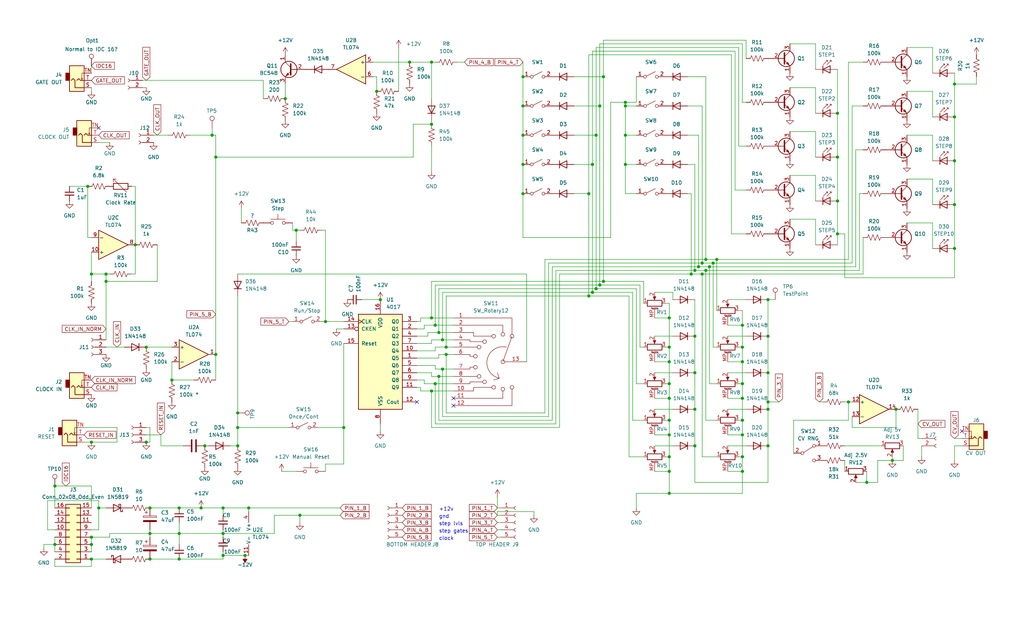
<source format=kicad_sch>
(kicad_sch (version 20230121) (generator eeschema)

  (uuid 0183ccee-e064-4ef2-a2e7-6b862e9a0382)

  (paper "USLegal")

  (title_block
    (comment 1 "Q1 to Q10: 2N3904")
  )

  

  (junction (at 331.47 29.21) (diameter 0) (color 0 0 0 0)
    (uuid 015055e6-efde-4c4f-9c46-23f9a2170636)
  )
  (junction (at 232.41 158.75) (diameter 0) (color 0 0 0 0)
    (uuid 05073c47-fcd0-4703-b249-b58b15dcd343)
  )
  (junction (at 217.17 36.83) (diameter 0) (color 0 0 0 0)
    (uuid 0648d921-42a0-4bd8-8227-d8113eaac302)
  )
  (junction (at 257.81 163.83) (diameter 0) (color 0 0 0 0)
    (uuid 0708d56b-0868-431f-9c7b-0ddcc5b544c5)
  )
  (junction (at 82.55 148.59) (diameter 0) (color 0 0 0 0)
    (uuid 070da47f-5c20-48f2-ac9f-a93943c04140)
  )
  (junction (at 181.61 57.15) (diameter 0) (color 0 0 0 0)
    (uuid 08f67d49-1bb3-4e7e-8645-2583b5835f8e)
  )
  (junction (at 34.29 176.53) (diameter 0) (color 0 0 0 0)
    (uuid 0a591257-640d-4ffa-adc7-e889a7ee0fde)
  )
  (junction (at 104.14 179.07) (diameter 0) (color 0 0 0 0)
    (uuid 0ffdb728-9a04-4ef6-81ad-b9a29bdf9355)
  )
  (junction (at 208.28 99.06) (diameter 0) (color 0 0 0 0)
    (uuid 11ecdf8f-b961-4b30-9202-ce7022e8c89b)
  )
  (junction (at 247.65 91.44) (diameter 0) (color 0 0 0 0)
    (uuid 12b399c3-4949-499d-a6ac-09c93ecaa196)
  )
  (junction (at 245.11 93.98) (diameter 0) (color 0 0 0 0)
    (uuid 175a141a-abb9-4ab0-95c1-6bf754f2b112)
  )
  (junction (at 50.8 120.65) (diameter 0) (color 0 0 0 0)
    (uuid 17652fde-2911-4677-888f-4ab0be7e1a4a)
  )
  (junction (at 257.81 138.43) (diameter 0) (color 0 0 0 0)
    (uuid 1ae7b0fa-0961-4fa9-b7a3-9899c89833f7)
  )
  (junction (at 266.7 142.24) (diameter 0) (color 0 0 0 0)
    (uuid 1f16cde0-4b57-41af-b788-635dc2b5639e)
  )
  (junction (at 232.41 163.83) (diameter 0) (color 0 0 0 0)
    (uuid 20518cc6-f725-4d5e-9baf-324b533dcf19)
  )
  (junction (at 142.24 21.59) (diameter 0) (color 0 0 0 0)
    (uuid 233eb130-3332-4124-9488-5f46536af28a)
  )
  (junction (at 257.81 146.05) (diameter 0) (color 0 0 0 0)
    (uuid 27b98583-ea3b-43ee-a47e-c4036dcc0071)
  )
  (junction (at 181.61 36.83) (diameter 0) (color 0 0 0 0)
    (uuid 29d8c34e-9119-45de-93cf-7710ccc226a3)
  )
  (junction (at 290.83 39.37) (diameter 0) (color 0 0 0 0)
    (uuid 31130b81-9c05-48b1-944c-ae88c1bdc9ee)
  )
  (junction (at 77.47 193.04) (diameter 0) (color 0 0 0 0)
    (uuid 3183d409-93eb-4704-8e00-4d58965eb633)
  )
  (junction (at 99.06 34.29) (diameter 0) (color 0 0 0 0)
    (uuid 348b3e34-04ce-4867-81bc-8c93cc3e8315)
  )
  (junction (at 62.23 194.31) (diameter 0) (color 0 0 0 0)
    (uuid 34913eb3-6602-4ff0-af27-7abea154e8fe)
  )
  (junction (at 52.07 185.42) (diameter 0) (color 0 0 0 0)
    (uuid 35d8efe1-1c04-4f27-ae57-90e4de5a951e)
  )
  (junction (at 130.81 31.75) (diameter 0) (color 0 0 0 0)
    (uuid 39613a84-4eb6-4dee-b06b-ae21ca83129e)
  )
  (junction (at 257.81 125.73) (diameter 0) (color 0 0 0 0)
    (uuid 3ae19dab-d8af-48d0-b430-a62911e3184a)
  )
  (junction (at 50.8 153.67) (diameter 0) (color 0 0 0 0)
    (uuid 3be0db7e-94ea-485e-b2df-9a5383661f64)
  )
  (junction (at 331.47 55.88) (diameter 0) (color 0 0 0 0)
    (uuid 3efeea15-2555-409e-af77-545dcbe14fc3)
  )
  (junction (at 331.47 40.64) (diameter 0) (color 0 0 0 0)
    (uuid 42def11b-5506-426d-89af-6663d275c9b9)
  )
  (junction (at 77.47 185.42) (diameter 0) (color 0 0 0 0)
    (uuid 43006a6e-3e71-467b-8ff5-5e161aa64490)
  )
  (junction (at 241.3 142.24) (diameter 0) (color 0 0 0 0)
    (uuid 43486642-a052-4f5a-9f32-2a67b59c5169)
  )
  (junction (at 149.86 21.59) (diameter 0) (color 0 0 0 0)
    (uuid 44cb9e48-68ec-4017-ac70-9677df73be80)
  )
  (junction (at 181.61 26.67) (diameter 0) (color 0 0 0 0)
    (uuid 4843037f-d849-43f8-a06c-3f5e1cd457e1)
  )
  (junction (at 153.67 128.27) (diameter 0) (color 0 0 0 0)
    (uuid 4a52cef7-51fb-4872-9b1d-d243f7d9fced)
  )
  (junction (at 152.4 130.81) (diameter 0) (color 0 0 0 0)
    (uuid 4c421e5c-91b5-4d6a-a64b-8fa06442d4fc)
  )
  (junction (at 290.83 69.85) (diameter 0) (color 0 0 0 0)
    (uuid 4d8cc647-2c0b-4167-8dec-d35a59f3a146)
  )
  (junction (at 208.28 36.83) (diameter 0) (color 0 0 0 0)
    (uuid 526fa79b-0343-4e45-9ec9-93faac5be693)
  )
  (junction (at 82.55 143.51) (diameter 0) (color 0 0 0 0)
    (uuid 579b154a-83bf-454e-af1c-d816486ed3ca)
  )
  (junction (at 232.41 133.35) (diameter 0) (color 0 0 0 0)
    (uuid 58acb13d-c688-405c-ba87-f0c93138f77e)
  )
  (junction (at 31.75 194.31) (diameter 0) (color 0 0 0 0)
    (uuid 59d80ebf-c408-46df-99f6-8225dd2d451e)
  )
  (junction (at 31.75 95.25) (diameter 0) (color 0 0 0 0)
    (uuid 5c6e45bf-9d78-4cc0-9cd3-a180e5799f0e)
  )
  (junction (at 19.05 189.23) (diameter 0) (color 0 0 0 0)
    (uuid 5e43a13b-7929-4de6-aa7b-c3e0fe9c554a)
  )
  (junction (at 151.13 133.35) (diameter 0) (color 0 0 0 0)
    (uuid 65781ae4-12cd-4edb-afdd-f057d2bbdd6d)
  )
  (junction (at 290.83 81.28) (diameter 0) (color 0 0 0 0)
    (uuid 6937e5a9-aeda-4677-95e0-d6843faf6a2f)
  )
  (junction (at 154.94 120.65) (diameter 0) (color 0 0 0 0)
    (uuid 6f1b7e21-af3c-49e4-98c5-bd7afee3aa10)
  )
  (junction (at 207.01 100.33) (diameter 0) (color 0 0 0 0)
    (uuid 6f6c7f5b-d926-4453-9e87-8c0129942ee4)
  )
  (junction (at 19.05 168.91) (diameter 0) (color 0 0 0 0)
    (uuid 700a5014-b2d4-49b2-bf9b-993a1e71f72d)
  )
  (junction (at 232.41 171.45) (diameter 0) (color 0 0 0 0)
    (uuid 72ebba6c-2fdc-4c01-8157-3e4b37a4636c)
  )
  (junction (at 300.99 167.64) (diameter 0) (color 0 0 0 0)
    (uuid 73b604da-be10-4a9e-b1ca-ff6ee31455d6)
  )
  (junction (at 257.81 113.03) (diameter 0) (color 0 0 0 0)
    (uuid 767b877d-b030-4ea2-8f6b-a4eb58b2cabd)
  )
  (junction (at 241.3 129.54) (diameter 0) (color 0 0 0 0)
    (uuid 7683bb13-bd13-4b8f-b12b-18d4b994597f)
  )
  (junction (at 331.47 71.12) (diameter 0) (color 0 0 0 0)
    (uuid 768ba6d3-c917-431d-861b-17958550ac6e)
  )
  (junction (at 31.75 189.23) (diameter 0) (color 0 0 0 0)
    (uuid 796cdd9b-9f6f-4fba-a060-e83d39453b75)
  )
  (junction (at 217.17 57.15) (diameter 0) (color 0 0 0 0)
    (uuid 80aabfbb-b95f-4d32-bd02-c74ab6bfd198)
  )
  (junction (at 149.86 135.89) (diameter 0) (color 0 0 0 0)
    (uuid 847ef4d2-a26f-4334-a34e-13bf1aefa8b2)
  )
  (junction (at 257.81 120.65) (diameter 0) (color 0 0 0 0)
    (uuid 85ce6f8b-55c0-4125-98ec-c92d18f3b2cb)
  )
  (junction (at 73.66 46.99) (diameter 0) (color 0 0 0 0)
    (uuid 86e7b218-a5b5-43e9-9748-a29297b3a1ea)
  )
  (junction (at 205.74 101.6) (diameter 0) (color 0 0 0 0)
    (uuid 8b38a827-363a-4f08-8b6c-5d9a9c5f164e)
  )
  (junction (at 102.87 80.01) (diameter 0) (color 0 0 0 0)
    (uuid 8b8dcaa7-9d5e-4fc5-b200-842493d95c9d)
  )
  (junction (at 149.86 110.49) (diameter 0) (color 0 0 0 0)
    (uuid 8d1e2f59-09df-446a-8639-75d0c8288f3e)
  )
  (junction (at 52.07 194.31) (diameter 0) (color 0 0 0 0)
    (uuid 8d898de1-58e4-4ad6-88e0-c7766d796ae3)
  )
  (junction (at 266.7 154.94) (diameter 0) (color 0 0 0 0)
    (uuid 8ef872ae-231a-46e1-83d2-df835c2295e7)
  )
  (junction (at 243.84 91.44) (diameter 0) (color 0 0 0 0)
    (uuid 8f6fdd5e-755e-416b-b904-0f16951439f7)
  )
  (junction (at 309.88 160.02) (diameter 0) (color 0 0 0 0)
    (uuid 912a605f-356f-4a50-bb48-5bda9b060076)
  )
  (junction (at 207.01 46.99) (diameter 0) (color 0 0 0 0)
    (uuid 91b2423c-e1bf-4862-b6e2-31b7da299b79)
  )
  (junction (at 205.74 57.15) (diameter 0) (color 0 0 0 0)
    (uuid 93b7ba81-ef71-45db-a7c7-d1be086e1f5a)
  )
  (junction (at 31.75 186.69) (diameter 0) (color 0 0 0 0)
    (uuid 99faebab-e1d0-47b6-8d10-147e19486063)
  )
  (junction (at 204.47 102.87) (diameter 0) (color 0 0 0 0)
    (uuid 9a032cee-b721-4c05-b6f5-ef002535ef51)
  )
  (junction (at 232.41 110.49) (diameter 0) (color 0 0 0 0)
    (uuid 9c607e57-8baf-4bfe-b6e8-f6695e679d02)
  )
  (junction (at 52.07 176.53) (diameter 0) (color 0 0 0 0)
    (uuid 9da8acd3-6492-4971-97af-b423114b3ac8)
  )
  (junction (at 30.48 64.77) (diameter 0) (color 0 0 0 0)
    (uuid 9e8b19ae-b85c-4ec5-b1ca-1bb1456dc798)
  )
  (junction (at 132.08 104.14) (diameter 0) (color 0 0 0 0)
    (uuid a3f18d3e-6080-4bc0-a898-7828693b0f40)
  )
  (junction (at 257.81 151.13) (diameter 0) (color 0 0 0 0)
    (uuid a719f73e-4927-449b-9891-4c97841033f4)
  )
  (junction (at 248.92 90.17) (diameter 0) (color 0 0 0 0)
    (uuid a7e7ed77-215f-4183-95b0-81213f7ac886)
  )
  (junction (at 266.7 116.84) (diameter 0) (color 0 0 0 0)
    (uuid b35f0117-4ffc-4845-b6b1-4d3147eed72c)
  )
  (junction (at 232.41 138.43) (diameter 0) (color 0 0 0 0)
    (uuid b485af36-029a-4217-8fbf-705d3c1c1dca)
  )
  (junction (at 243.84 95.25) (diameter 0) (color 0 0 0 0)
    (uuid b75e932e-f660-4ee9-823a-d216c20deaef)
  )
  (junction (at 232.41 151.13) (diameter 0) (color 0 0 0 0)
    (uuid b8771b17-a68e-4879-a748-6b58e261bc04)
  )
  (junction (at 294.64 139.7) (diameter 0) (color 0 0 0 0)
    (uuid b87a94d9-76df-4897-8029-02920ff7c924)
  )
  (junction (at 181.61 67.31) (diameter 0) (color 0 0 0 0)
    (uuid ba57a62d-8f5f-4279-b4d7-24b9d691b26e)
  )
  (junction (at 31.75 153.67) (diameter 0) (color 0 0 0 0)
    (uuid c12d24e2-ae24-44d6-9e17-879502c011d8)
  )
  (junction (at 85.09 193.04) (diameter 0) (color 0 0 0 0)
    (uuid c17f4d50-ed1a-41f6-95e2-859d39aa5262)
  )
  (junction (at 151.13 113.03) (diameter 0) (color 0 0 0 0)
    (uuid c3165b36-2268-4803-91af-6b3caf83b2c5)
  )
  (junction (at 36.83 95.25) (diameter 0) (color 0 0 0 0)
    (uuid c3bed7ed-b0e9-4a68-8c8a-a1383366f2aa)
  )
  (junction (at 74.93 123.19) (diameter 0) (color 0 0 0 0)
    (uuid c4338a9f-2d66-458b-a129-ef9d84ebcd27)
  )
  (junction (at 69.85 176.53) (diameter 0) (color 0 0 0 0)
    (uuid c6081b46-2da5-482a-bb64-660a9eec8c3b)
  )
  (junction (at 241.3 154.94) (diameter 0) (color 0 0 0 0)
    (uuid c7949983-f3dc-40fa-826a-06f40ff209d1)
  )
  (junction (at 36.83 97.79) (diameter 0) (color 0 0 0 0)
    (uuid c8fb1abb-877e-47b0-b38c-22902b194903)
  )
  (junction (at 149.86 43.18) (diameter 0) (color 0 0 0 0)
    (uuid c931db38-f3b5-45a4-b24d-b063e75230d9)
  )
  (junction (at 204.47 67.31) (diameter 0) (color 0 0 0 0)
    (uuid d04e8990-e10a-4e42-8a33-69160cad8b91)
  )
  (junction (at 241.3 93.98) (diameter 0) (color 0 0 0 0)
    (uuid d0575336-4038-4275-9878-f40e34eb4dcd)
  )
  (junction (at 257.81 133.35) (diameter 0) (color 0 0 0 0)
    (uuid d31fbc09-8155-4c78-80c7-19fb3d6e0db2)
  )
  (junction (at 181.61 46.99) (diameter 0) (color 0 0 0 0)
    (uuid d3c56d16-e631-4645-ae10-63f7c782687d)
  )
  (junction (at 311.15 142.24) (diameter 0) (color 0 0 0 0)
    (uuid d6423517-9ed2-4c3e-ab2a-0a3f27651aed)
  )
  (junction (at 62.23 176.53) (diameter 0) (color 0 0 0 0)
    (uuid d74b0c90-c805-4076-b9b5-8bd82c5fb948)
  )
  (junction (at 257.81 158.75) (diameter 0) (color 0 0 0 0)
    (uuid db203f07-ab4d-494d-bd81-fb9cdba5141c)
  )
  (junction (at 86.36 176.53) (diameter 0) (color 0 0 0 0)
    (uuid dbc71a58-d67f-4b85-b551-ab8f67a7651f)
  )
  (junction (at 154.94 123.19) (diameter 0) (color 0 0 0 0)
    (uuid dc2eb1dc-1766-46e0-840b-77ec38027cdb)
  )
  (junction (at 119.38 148.59) (diameter 0) (color 0 0 0 0)
    (uuid dd637606-f77a-4bdc-8362-371edf2b0d98)
  )
  (junction (at 77.47 176.53) (diameter 0) (color 0 0 0 0)
    (uuid dfa49811-dab2-4b84-83bd-7a18b81556a9)
  )
  (junction (at 74.93 54.61) (diameter 0) (color 0 0 0 0)
    (uuid e05f4105-3f40-471f-9771-be9cde433bc2)
  )
  (junction (at 242.57 92.71) (diameter 0) (color 0 0 0 0)
    (uuid e3893c93-439b-46fe-b89c-0dd2f44fd6ff)
  )
  (junction (at 245.11 90.17) (diameter 0) (color 0 0 0 0)
    (uuid e3e7224b-352a-44bb-b750-98217351c874)
  )
  (junction (at 46.99 85.09) (diameter 0) (color 0 0 0 0)
    (uuid e6647efc-c800-4a38-8dc9-53bcbaf0134c)
  )
  (junction (at 232.41 146.05) (diameter 0) (color 0 0 0 0)
    (uuid e6a097f1-33bd-4a96-ad0c-cecec42277ee)
  )
  (junction (at 153.67 118.11) (diameter 0) (color 0 0 0 0)
    (uuid e6beb79f-38c1-4d4a-999f-e1438ac7a26f)
  )
  (junction (at 152.4 115.57) (diameter 0) (color 0 0 0 0)
    (uuid e97e5170-2deb-493e-8e2b-576288576b0c)
  )
  (junction (at 217.17 46.99) (diameter 0) (color 0 0 0 0)
    (uuid ea2ec8af-b3fd-4991-9e44-4f46e093d050)
  )
  (junction (at 232.41 120.65) (diameter 0) (color 0 0 0 0)
    (uuid eb0e99ea-e310-4fa5-bb8e-26935703a7c9)
  )
  (junction (at 209.55 97.79) (diameter 0) (color 0 0 0 0)
    (uuid eb171999-27d2-4abe-bd2f-6b4626bf9d6c)
  )
  (junction (at 331.47 86.36) (diameter 0) (color 0 0 0 0)
    (uuid ec39c78a-5b4c-48b4-8cff-3903a6ca84a5)
  )
  (junction (at 266.7 139.7) (diameter 0) (color 0 0 0 0)
    (uuid eef667ef-78a0-4811-8db0-76dba011b60c)
  )
  (junction (at 209.55 26.67) (diameter 0) (color 0 0 0 0)
    (uuid f0e1a06f-6eff-4cd9-96db-5e98a18bbd99)
  )
  (junction (at 217.17 35.56) (diameter 0) (color 0 0 0 0)
    (uuid f0fe4aec-e00c-4614-8f96-2f7a7845fb34)
  )
  (junction (at 82.55 154.94) (diameter 0) (color 0 0 0 0)
    (uuid f165e4b0-4191-4148-afa0-05be5e915a87)
  )
  (junction (at 62.23 185.42) (diameter 0) (color 0 0 0 0)
    (uuid f231537b-b45f-44b0-81f6-2ddc919320e4)
  )
  (junction (at 71.12 154.94) (diameter 0) (color 0 0 0 0)
    (uuid f3deadc4-fa73-4c71-8b03-8987a6b84617)
  )
  (junction (at 266.7 129.54) (diameter 0) (color 0 0 0 0)
    (uuid f40ab3cd-d74f-4ed5-9a0f-10ed44cbe68c)
  )
  (junction (at 266.7 104.14) (diameter 0) (color 0 0 0 0)
    (uuid f67fb7de-8cf8-4f44-8467-98d93aadaf48)
  )
  (junction (at 232.41 125.73) (diameter 0) (color 0 0 0 0)
    (uuid f76c79a1-a2b8-4183-8520-495d8023bb81)
  )
  (junction (at 241.3 116.84) (diameter 0) (color 0 0 0 0)
    (uuid f7bd8324-ce99-43ed-9828-097d6b2d30b7)
  )
  (junction (at 246.38 92.71) (diameter 0) (color 0 0 0 0)
    (uuid fa1d45ed-c63c-491a-9ac3-826f208a8a3f)
  )
  (junction (at 59.69 132.08) (diameter 0) (color 0 0 0 0)
    (uuid fb6b9302-3d54-4bd0-9497-103bffb082a6)
  )
  (junction (at 290.83 54.61) (diameter 0) (color 0 0 0 0)
    (uuid fbe51f3b-939f-4e45-9202-99cf4fc92e06)
  )
  (junction (at 240.03 95.25) (diameter 0) (color 0 0 0 0)
    (uuid fd50d5c2-7961-416a-a5d3-430a4932a255)
  )
  (junction (at 113.03 111.76) (diameter 0) (color 0 0 0 0)
    (uuid fea1e7e6-c66b-41b1-9561-95eddd943db6)
  )

  (no_connect (at 157.48 138.43) (uuid 1dd65b67-37d9-4baa-8be4-c7291463e8f7))
  (no_connect (at 34.29 44.45) (uuid 2feef5e9-6b8d-4694-beb1-00bb1b0a4228))
  (no_connect (at 334.01 149.86) (uuid eb15304f-2906-46a3-882b-ec2778443661))
  (no_connect (at 157.48 140.97) (uuid ef7bb7ed-7285-4098-b34b-6145d18519b0))
  (no_connect (at 144.78 139.7) (uuid f676239d-d10b-49dc-b8af-d9af617e51bc))

  (wire (pts (xy 323.85 16.51) (xy 323.85 25.4))
    (stroke (width 0) (type default))
    (uuid 00c16e64-cf00-4334-acbc-55381a0d48ab)
  )
  (wire (pts (xy 31.75 168.91) (xy 19.05 168.91))
    (stroke (width 0) (type default))
    (uuid 030e737b-7dd4-48cd-83e8-cf50a87ec4fe)
  )
  (wire (pts (xy 204.47 102.87) (xy 154.94 102.87))
    (stroke (width 0) (type default))
    (uuid 03eb185b-91c9-48bb-be55-932253ac2aa4)
  )
  (wire (pts (xy 82.55 102.87) (xy 82.55 143.51))
    (stroke (width 0) (type default))
    (uuid 03eb8b63-1e37-42dd-a6af-28a16a7e784e)
  )
  (wire (pts (xy 154.94 102.87) (xy 154.94 120.65))
    (stroke (width 0) (type default))
    (uuid 040c08b7-8619-4363-b0c0-a3c89b9fe9fa)
  )
  (wire (pts (xy 151.13 120.65) (xy 154.94 120.65))
    (stroke (width 0) (type default))
    (uuid 045388af-7ac1-402f-8d73-1cfa13cfe524)
  )
  (wire (pts (xy 283.21 60.96) (xy 283.21 69.85))
    (stroke (width 0) (type default))
    (uuid 04d5d949-d504-41df-a482-2f952cf84e9a)
  )
  (wire (pts (xy 29.21 148.59) (xy 40.64 148.59))
    (stroke (width 0) (type default))
    (uuid 05306ab3-fe43-48f5-8bda-c1b58594e910)
  )
  (wire (pts (xy 323.85 77.47) (xy 323.85 86.36))
    (stroke (width 0) (type default))
    (uuid 063e9571-37e4-4ce1-82ca-e468fac0a01e)
  )
  (wire (pts (xy 331.47 96.52) (xy 293.37 96.52))
    (stroke (width 0) (type default))
    (uuid 06d1e7d8-a1e6-4ca1-ac92-30378d5e8ad9)
  )
  (wire (pts (xy 252.73 142.24) (xy 259.08 142.24))
    (stroke (width 0) (type default))
    (uuid 06f0abdf-8e14-4d93-a747-a90bbceed4e0)
  )
  (wire (pts (xy 243.84 95.25) (xy 299.72 95.25))
    (stroke (width 0) (type default))
    (uuid 08213071-89dc-4647-9b48-95fd2ce41678)
  )
  (wire (pts (xy 152.4 115.57) (xy 157.48 115.57))
    (stroke (width 0) (type default))
    (uuid 08fc2023-0ce2-4ad4-b9c4-e4a56942bc69)
  )
  (wire (pts (xy 129.54 21.59) (xy 142.24 21.59))
    (stroke (width 0) (type default))
    (uuid 09117d6b-3ba7-4e9f-8d71-199bb4d321a3)
  )
  (wire (pts (xy 227.33 101.6) (xy 233.68 101.6))
    (stroke (width 0) (type default))
    (uuid 098a8db1-4e79-4cc7-b7d3-c7f052fd7d67)
  )
  (wire (pts (xy 257.81 125.73) (xy 257.81 133.35))
    (stroke (width 0) (type default))
    (uuid 0aae015e-ada4-4d8d-830e-581ff6054554)
  )
  (wire (pts (xy 194.31 95.25) (xy 194.31 148.59))
    (stroke (width 0) (type default))
    (uuid 0b07f73d-2d6d-40ad-8fbc-b56d2762406b)
  )
  (wire (pts (xy 173.99 184.15) (xy 172.72 184.15))
    (stroke (width 0) (type default))
    (uuid 0c05ca19-b3c9-471c-80da-c99c08197811)
  )
  (wire (pts (xy 49.53 27.94) (xy 91.44 27.94))
    (stroke (width 0) (type default))
    (uuid 0c30a32c-5005-4a9c-8574-3da53ac5ebd1)
  )
  (wire (pts (xy 52.07 176.53) (xy 62.23 176.53))
    (stroke (width 0) (type default))
    (uuid 0c536f4b-aac4-412d-b145-1b39bcabf054)
  )
  (wire (pts (xy 313.69 154.94) (xy 313.69 160.02))
    (stroke (width 0) (type default))
    (uuid 0cdcadec-2c03-4ca8-b5fb-3e1c216244ae)
  )
  (wire (pts (xy 222.25 120.65) (xy 223.52 120.65))
    (stroke (width 0) (type default))
    (uuid 0d2cbd8f-e182-485f-b0aa-0bcb88313e0d)
  )
  (wire (pts (xy 149.86 97.79) (xy 209.55 97.79))
    (stroke (width 0) (type default))
    (uuid 0db3a00a-a1d5-4cd6-b0cb-4ae307b391fc)
  )
  (wire (pts (xy 95.25 179.07) (xy 104.14 179.07))
    (stroke (width 0) (type default))
    (uuid 0e8bf6bd-d96b-4074-b898-561cc3edb5e8)
  )
  (wire (pts (xy 204.47 67.31) (xy 204.47 102.87))
    (stroke (width 0) (type default))
    (uuid 0f1734ee-cd02-4d41-9fbf-6617974ac5d4)
  )
  (wire (pts (xy 256.54 158.75) (xy 257.81 158.75))
    (stroke (width 0) (type default))
    (uuid 0f5f0a99-a8e0-4a22-b15e-cb5611f26383)
  )
  (wire (pts (xy 31.75 194.31) (xy 36.83 194.31))
    (stroke (width 0) (type default))
    (uuid 0f8dd740-fdcc-4317-89c4-b9db47e391af)
  )
  (wire (pts (xy 275.59 157.48) (xy 275.59 146.05))
    (stroke (width 0) (type default))
    (uuid 106d3330-79e1-485c-b84b-fb3a48f7c730)
  )
  (wire (pts (xy 55.88 151.13) (xy 50.8 151.13))
    (stroke (width 0) (type default))
    (uuid 11d1e222-0b3b-4bfe-a0f5-c6c5568ae727)
  )
  (wire (pts (xy 95.25 179.07) (xy 95.25 185.42))
    (stroke (width 0) (type default))
    (uuid 12296e8a-b5e5-4963-ae48-f368c6b4b554)
  )
  (wire (pts (xy 154.94 123.19) (xy 157.48 123.19))
    (stroke (width 0) (type default))
    (uuid 1297ee5e-d2cd-4e04-a398-7d8af3200b89)
  )
  (wire (pts (xy 144.78 121.92) (xy 151.13 121.92))
    (stroke (width 0) (type default))
    (uuid 13046eb0-59a1-4cbe-9e1c-0df6525dae05)
  )
  (wire (pts (xy 241.3 104.14) (xy 241.3 116.84))
    (stroke (width 0) (type default))
    (uuid 1361fa46-9c97-4e5b-9ce3-a8e351407360)
  )
  (wire (pts (xy 257.81 120.65) (xy 257.81 125.73))
    (stroke (width 0) (type default))
    (uuid 13b1e1a2-44b4-4ab8-90e9-84ccaebb4026)
  )
  (wire (pts (xy 146.05 111.76) (xy 144.78 111.76))
    (stroke (width 0) (type default))
    (uuid 13f1b5d6-74da-4b80-89a0-87006257fd05)
  )
  (wire (pts (xy 151.13 99.06) (xy 151.13 113.03))
    (stroke (width 0) (type default))
    (uuid 1428f379-0a0c-4b46-9c0a-312af3a66d03)
  )
  (wire (pts (xy 294.64 139.7) (xy 295.91 139.7))
    (stroke (width 0) (type default))
    (uuid 14321bc7-6bb5-4c19-b9b3-02a0d36ff2c8)
  )
  (wire (pts (xy 290.83 39.37) (xy 290.83 54.61))
    (stroke (width 0) (type default))
    (uuid 14594e85-7026-44fb-9209-57e9f54c91a0)
  )
  (wire (pts (xy 111.76 111.76) (xy 113.03 111.76))
    (stroke (width 0) (type default))
    (uuid 15acc519-ef23-43da-a205-545d7299c685)
  )
  (wire (pts (xy 259.08 81.28) (xy 254 81.28))
    (stroke (width 0) (type default))
    (uuid 15ec230e-505a-4acc-82a6-0e51e2ff84c6)
  )
  (wire (pts (xy 283.21 76.2) (xy 283.21 85.09))
    (stroke (width 0) (type default))
    (uuid 17a13294-042c-43c9-8ded-148b1e9d71f7)
  )
  (wire (pts (xy 62.23 185.42) (xy 77.47 185.42))
    (stroke (width 0) (type default))
    (uuid 18a9b380-41a9-4d7b-8e51-14f4e71ddee8)
  )
  (wire (pts (xy 257.81 151.13) (xy 257.81 158.75))
    (stroke (width 0) (type default))
    (uuid 196c782f-b66d-41f4-86f0-1babb6b2abf7)
  )
  (wire (pts (xy 241.3 154.94) (xy 241.3 167.64))
    (stroke (width 0) (type default))
    (uuid 1999dcc9-061f-4922-831c-0758fc87d49f)
  )
  (wire (pts (xy 241.3 129.54) (xy 241.3 142.24))
    (stroke (width 0) (type default))
    (uuid 1a800bfd-a0ca-4bb2-9a47-5fcf6236fee7)
  )
  (wire (pts (xy 143.51 43.18) (xy 143.51 54.61))
    (stroke (width 0) (type default))
    (uuid 1ae93bba-ad37-4748-97c5-752d0fa3a1ba)
  )
  (wire (pts (xy 24.13 64.77) (xy 30.48 64.77))
    (stroke (width 0) (type default))
    (uuid 1b61b2be-e523-4af5-b41e-835c62fcc0ec)
  )
  (wire (pts (xy 149.86 135.89) (xy 157.48 135.89))
    (stroke (width 0) (type default))
    (uuid 1c4a0c24-e7eb-4db8-9ac6-2f85abb75c6a)
  )
  (wire (pts (xy 231.14 146.05) (xy 232.41 146.05))
    (stroke (width 0) (type default))
    (uuid 1c5145b4-2577-4032-a680-0c675a556095)
  )
  (wire (pts (xy 331.47 40.64) (xy 331.47 55.88))
    (stroke (width 0) (type default))
    (uuid 1c9c9a13-3d68-4a18-90f3-e657653cd765)
  )
  (wire (pts (xy 62.23 176.53) (xy 69.85 176.53))
    (stroke (width 0) (type default))
    (uuid 1cb67bd5-25cd-436d-b0aa-b7c7c41450cd)
  )
  (wire (pts (xy 218.44 102.87) (xy 218.44 158.75))
    (stroke (width 0) (type default))
    (uuid 1cdf5679-3d77-4ae5-90df-15c79204965e)
  )
  (wire (pts (xy 181.61 21.59) (xy 181.61 26.67))
    (stroke (width 0) (type default))
    (uuid 1d18c942-eb98-4ced-b8a1-d2e40559f038)
  )
  (wire (pts (xy 148.59 115.57) (xy 152.4 115.57))
    (stroke (width 0) (type default))
    (uuid 1e842d7e-3afb-4389-8a10-70842753dfe4)
  )
  (wire (pts (xy 153.67 128.27) (xy 153.67 144.78))
    (stroke (width 0) (type default))
    (uuid 1f5fb3d2-62bc-425b-aacc-eff4b3355b08)
  )
  (wire (pts (xy 331.47 154.94) (xy 334.01 154.94))
    (stroke (width 0) (type default))
    (uuid 1f6154fb-6386-41c4-9835-2b4c30b7392e)
  )
  (wire (pts (xy 119.38 148.59) (xy 119.38 161.29))
    (stroke (width 0) (type default))
    (uuid 208c63c6-1bce-496e-bd5f-c0efe59804fa)
  )
  (wire (pts (xy 252.73 104.14) (xy 259.08 104.14))
    (stroke (width 0) (type default))
    (uuid 2103bc5c-5a9a-4fb5-8d2b-abab57fcedd8)
  )
  (wire (pts (xy 274.32 60.96) (xy 283.21 60.96))
    (stroke (width 0) (type default))
    (uuid 2142e024-aecd-49ce-bac7-fc724e41183e)
  )
  (wire (pts (xy 290.83 85.09) (xy 290.83 81.28))
    (stroke (width 0) (type default))
    (uuid 217b476a-7430-496e-b226-bfeff76aaed1)
  )
  (wire (pts (xy 208.28 36.83) (xy 208.28 99.06))
    (stroke (width 0) (type default))
    (uuid 21ae1422-9ebc-437c-98fd-8cdbba2308f9)
  )
  (wire (pts (xy 74.93 123.19) (xy 74.93 132.08))
    (stroke (width 0) (type default))
    (uuid 21dcd1ed-4e1e-47c1-b6c7-0336e0108a39)
  )
  (wire (pts (xy 245.11 26.67) (xy 245.11 90.17))
    (stroke (width 0) (type default))
    (uuid 2332c493-abf4-434c-9cd9-6c2a7f84f621)
  )
  (wire (pts (xy 227.33 138.43) (xy 232.41 138.43))
    (stroke (width 0) (type default))
    (uuid 236e7074-fe32-46d3-bffc-3ea3fe983423)
  )
  (wire (pts (xy 149.86 119.38) (xy 149.86 118.11))
    (stroke (width 0) (type default))
    (uuid 2402964b-e1a0-4e4f-88a2-3fcfd0f241e9)
  )
  (wire (pts (xy 173.99 186.69) (xy 172.72 186.69))
    (stroke (width 0) (type default))
    (uuid 247a67f7-9d2b-4220-b2bc-bf8063e2958d)
  )
  (wire (pts (xy 74.93 46.99) (xy 74.93 54.61))
    (stroke (width 0) (type default))
    (uuid 248a9e9e-65a0-4a09-8583-43221d91a7c1)
  )
  (wire (pts (xy 157.48 130.81) (xy 152.4 130.81))
    (stroke (width 0) (type default))
    (uuid 25f1a8c9-4ddc-4b07-8058-473337c0d386)
  )
  (wire (pts (xy 148.59 116.84) (xy 148.59 115.57))
    (stroke (width 0) (type default))
    (uuid 2617168f-357c-465d-8a7c-f0f085ebe093)
  )
  (wire (pts (xy 207.01 16.51) (xy 207.01 46.99))
    (stroke (width 0) (type default))
    (uuid 2669e2c1-d335-421d-acc7-c7d0e94f8927)
  )
  (wire (pts (xy 255.27 17.78) (xy 205.74 17.78))
    (stroke (width 0) (type default))
    (uuid 268ae26d-f9f5-41e2-87bd-9c52ffca2778)
  )
  (wire (pts (xy 242.57 46.99) (xy 242.57 92.71))
    (stroke (width 0) (type default))
    (uuid 268eebfc-73cd-48c7-8953-59b12b088368)
  )
  (wire (pts (xy 219.71 101.6) (xy 219.71 146.05))
    (stroke (width 0) (type default))
    (uuid 26adc095-0dbe-49ad-bfc5-d5a3d0284ac5)
  )
  (wire (pts (xy 240.03 95.25) (xy 194.31 95.25))
    (stroke (width 0) (type default))
    (uuid 26ddaea0-f1d3-45ce-a252-86238002bf13)
  )
  (wire (pts (xy 293.37 154.94) (xy 306.07 154.94))
    (stroke (width 0) (type default))
    (uuid 26f6eb3f-897c-49ad-bd37-23370e7adbac)
  )
  (wire (pts (xy 34.29 173.99) (xy 34.29 176.53))
    (stroke (width 0) (type default))
    (uuid 274e1a15-558c-455d-8481-5dcf1d901791)
  )
  (wire (pts (xy 31.75 186.69) (xy 38.1 186.69))
    (stroke (width 0) (type default))
    (uuid 28a6d574-2dfb-4694-960a-8299a295dd90)
  )
  (wire (pts (xy 274.32 15.24) (xy 283.21 15.24))
    (stroke (width 0) (type default))
    (uuid 28ff35d7-0b0a-41d5-8ae1-1afd59c15233)
  )
  (wire (pts (xy 77.47 193.04) (xy 85.09 193.04))
    (stroke (width 0) (type default))
    (uuid 29ed2745-e2a6-41fa-99ff-681ed798fa22)
  )
  (wire (pts (xy 146.05 134.62) (xy 146.05 135.89))
    (stroke (width 0) (type default))
    (uuid 2a49ec9d-2e95-484e-a388-0cd3d1738668)
  )
  (wire (pts (xy 227.33 154.94) (xy 233.68 154.94))
    (stroke (width 0) (type default))
    (uuid 2b580b61-5b13-402e-b0e3-733870d02d94)
  )
  (wire (pts (xy 152.4 100.33) (xy 207.01 100.33))
    (stroke (width 0) (type default))
    (uuid 2bdd39b5-e18d-4dd6-93db-66e5a729219c)
  )
  (wire (pts (xy 323.85 31.75) (xy 323.85 40.64))
    (stroke (width 0) (type default))
    (uuid 2c4d4887-1b89-421a-9a17-303e4b6b6e04)
  )
  (wire (pts (xy 149.86 135.89) (xy 149.86 148.59))
    (stroke (width 0) (type default))
    (uuid 2cf0a9b6-feb9-4df6-b6bc-12a2eeff6cbf)
  )
  (wire (pts (xy 266.7 142.24) (xy 266.7 154.94))
    (stroke (width 0) (type default))
    (uuid 2de11bca-c98c-4cfb-88f1-7f9c6ba044db)
  )
  (wire (pts (xy 314.96 62.23) (xy 323.85 62.23))
    (stroke (width 0) (type default))
    (uuid 2de13f4b-5e00-4f98-9c6d-73d97ede169a)
  )
  (wire (pts (xy 257.81 133.35) (xy 257.81 138.43))
    (stroke (width 0) (type default))
    (uuid 2e4b1138-f05a-4153-ab7c-0bd0a4f92989)
  )
  (wire (pts (xy 290.83 69.85) (xy 290.83 81.28))
    (stroke (width 0) (type default))
    (uuid 2eae8a5b-fbfb-4b4a-9672-eaa6796849d2)
  )
  (wire (pts (xy 66.04 46.99) (xy 73.66 46.99))
    (stroke (width 0) (type default))
    (uuid 2ebb9892-d559-46ff-8eab-d35b621a1193)
  )
  (wire (pts (xy 149.86 130.81) (xy 152.4 130.81))
    (stroke (width 0) (type default))
    (uuid 2f2bf9f9-441d-4b62-b51f-674bc20f45ce)
  )
  (wire (pts (xy 29.21 153.67) (xy 31.75 153.67))
    (stroke (width 0) (type default))
    (uuid 2f85001d-e8b7-4b8f-8e7c-e871259ef423)
  )
  (wire (pts (xy 16.51 173.99) (xy 34.29 173.99))
    (stroke (width 0) (type default))
    (uuid 2f8d7545-fa11-4358-b041-1919a39a1c35)
  )
  (wire (pts (xy 113.03 111.76) (xy 119.38 111.76))
    (stroke (width 0) (type default))
    (uuid 31350bc7-82f4-4839-8498-6a3d2e98cf33)
  )
  (wire (pts (xy 331.47 29.21) (xy 339.09 29.21))
    (stroke (width 0) (type default))
    (uuid 322c11db-5286-4058-bdd4-88fa29e053b1)
  )
  (wire (pts (xy 31.75 22.86) (xy 31.75 25.4))
    (stroke (width 0) (type default))
    (uuid 3239b486-4c3a-4d0d-9fe1-b79467e904e8)
  )
  (wire (pts (xy 50.8 120.65) (xy 59.69 120.65))
    (stroke (width 0) (type default))
    (uuid 32d6076f-41bf-4c92-b2ef-ba362090bf95)
  )
  (wire (pts (xy 31.75 82.55) (xy 30.48 82.55))
    (stroke (width 0) (type default))
    (uuid 346a2329-0139-448c-adbc-5c52f0e0b300)
  )
  (wire (pts (xy 309.88 158.75) (xy 309.88 160.02))
    (stroke (width 0) (type default))
    (uuid 34786f5b-90e8-42ff-a423-ab08e39c1f79)
  )
  (wire (pts (xy 266.7 104.14) (xy 266.7 116.84))
    (stroke (width 0) (type default))
    (uuid 34987e7d-1211-4776-bf45-b8d8a02b0058)
  )
  (wire (pts (xy 233.68 101.6) (xy 233.68 104.14))
    (stroke (width 0) (type default))
    (uuid 34b22ab0-a4c3-4543-a6f0-cc70724ecd2e)
  )
  (wire (pts (xy 318.77 152.4) (xy 320.04 152.4))
    (stroke (width 0) (type default))
    (uuid 34c8d1d3-f54a-4902-94a8-8e13aa0105a2)
  )
  (wire (pts (xy 295.91 36.83) (xy 299.72 36.83))
    (stroke (width 0) (type default))
    (uuid 3540ec8d-5eb3-4afc-936e-37011f7ace91)
  )
  (wire (pts (xy 220.98 171.45) (xy 232.41 171.45))
    (stroke (width 0) (type default))
    (uuid 366b8aff-1d98-4be8-9c77-3667fbb2d857)
  )
  (wire (pts (xy 69.85 176.53) (xy 77.47 176.53))
    (stroke (width 0) (type default))
    (uuid 366b9800-6bbc-4d3f-9da6-647618f39022)
  )
  (wire (pts (xy 220.98 100.33) (xy 220.98 133.35))
    (stroke (width 0) (type default))
    (uuid 3692ac6e-af22-4564-936d-af8fe0da8f6a)
  )
  (wire (pts (xy 62.23 185.42) (xy 62.23 189.23))
    (stroke (width 0) (type default))
    (uuid 36b60918-131f-4685-b6c3-c67275af1c29)
  )
  (wire (pts (xy 181.61 57.15) (xy 181.61 67.31))
    (stroke (width 0) (type default))
    (uuid 37b2b507-632c-4bdf-a7b7-eb8f6a7db69b)
  )
  (wire (pts (xy 232.41 158.75) (xy 231.14 158.75))
    (stroke (width 0) (type default))
    (uuid 37ba68b3-a9a5-4022-8315-9f3a13dbe4c8)
  )
  (wire (pts (xy 204.47 19.05) (xy 204.47 67.31))
    (stroke (width 0) (type default))
    (uuid 3827a44f-0207-4017-904e-4ea8d42ac09d)
  )
  (wire (pts (xy 257.81 158.75) (xy 257.81 163.83))
    (stroke (width 0) (type default))
    (uuid 3a425a08-81bf-42c0-a1fb-1c5624b0f2a4)
  )
  (wire (pts (xy 34.29 176.53) (xy 34.29 184.15))
    (stroke (width 0) (type default))
    (uuid 3a841f4a-12a3-455a-8f61-14878e0ec4b2)
  )
  (wire (pts (xy 283.21 45.72) (xy 283.21 54.61))
    (stroke (width 0) (type default))
    (uuid 3aa2979d-9cbd-4563-91b0-5014ec806b14)
  )
  (wire (pts (xy 173.99 179.07) (xy 172.72 179.07))
    (stroke (width 0) (type default))
    (uuid 3b3d3bdc-a3c3-40dc-957b-5ce69c86c6bb)
  )
  (wire (pts (xy 36.83 95.25) (xy 36.83 97.79))
    (stroke (width 0) (type default))
    (uuid 3b7ad2fe-2091-4504-9280-311ae28ae87c)
  )
  (wire (pts (xy 238.76 67.31) (xy 240.03 67.31))
    (stroke (width 0) (type default))
    (uuid 3b9de29c-306c-4ecc-b6b0-a788d4749c36)
  )
  (wire (pts (xy 220.98 35.56) (xy 217.17 35.56))
    (stroke (width 0) (type default))
    (uuid 3c40e937-90a8-430c-ae33-51182db6df02)
  )
  (wire (pts (xy 290.83 54.61) (xy 290.83 69.85))
    (stroke (width 0) (type default))
    (uuid 3d36852d-227e-45dd-9679-d566674aa1e1)
  )
  (wire (pts (xy 299.72 52.07) (xy 297.18 52.07))
    (stroke (width 0) (type default))
    (uuid 3d64a7f4-4198-40b9-b2a4-11d17061f755)
  )
  (wire (pts (xy 138.43 16.51) (xy 138.43 31.75))
    (stroke (width 0) (type default))
    (uuid 3dc743c8-9dde-47f1-bf34-8eee12697149)
  )
  (wire (pts (xy 59.69 125.73) (xy 59.69 132.08))
    (stroke (width 0) (type default))
    (uuid 3e4827ad-eb8c-4ceb-b8ba-3ce0c2a0074d)
  )
  (wire (pts (xy 119.38 161.29) (xy 113.03 161.29))
    (stroke (width 0) (type default))
    (uuid 3ea0db75-5062-42e8-b1aa-74d7db250a59)
  )
  (wire (pts (xy 45.72 64.77) (xy 46.99 64.77))
    (stroke (width 0) (type default))
    (uuid 3f57c2e9-9bd5-48af-806c-569985dd878e)
  )
  (wire (pts (xy 254 81.28) (xy 254 19.05))
    (stroke (width 0) (type default))
    (uuid 4044bfc9-09e9-4200-916c-7bb30e521f63)
  )
  (wire (pts (xy 217.17 46.99) (xy 217.17 57.15))
    (stroke (width 0) (type default))
    (uuid 40613722-9223-470c-88a1-f557c22fecf1)
  )
  (wire (pts (xy 119.38 114.3) (xy 116.84 114.3))
    (stroke (width 0) (type default))
    (uuid 40981465-d150-4c37-8461-01b26a6b21e5)
  )
  (wire (pts (xy 259.08 66.04) (xy 255.27 66.04))
    (stroke (width 0) (type default))
    (uuid 412c6ed0-e4c6-48ea-8b3d-69a1a7c7eaf4)
  )
  (wire (pts (xy 232.41 171.45) (xy 257.81 171.45))
    (stroke (width 0) (type default))
    (uuid 430e2a79-226f-4055-9fcb-6206d6c42e22)
  )
  (wire (pts (xy 266.7 104.14) (xy 269.24 104.14))
    (stroke (width 0) (type default))
    (uuid 43c69164-aad2-4393-82e2-5febdf756a6c)
  )
  (wire (pts (xy 34.29 49.53) (xy 38.1 49.53))
    (stroke (width 0) (type default))
    (uuid 442d5c70-7ec2-483c-aa63-3ad7d6ae06b5)
  )
  (wire (pts (xy 62.23 181.61) (xy 62.23 185.42))
    (stroke (width 0) (type default))
    (uuid 44342498-eedd-4c58-81d0-41b0f8b6d43b)
  )
  (wire (pts (xy 113.03 161.29) (xy 113.03 163.83))
    (stroke (width 0) (type default))
    (uuid 44d02028-fb90-48d0-8d60-1611cd27c360)
  )
  (wire (pts (xy 298.45 93.98) (xy 298.45 67.31))
    (stroke (width 0) (type default))
    (uuid 45343125-769b-4cd5-a878-fe049bccbd2b)
  )
  (wire (pts (xy 125.73 104.14) (xy 132.08 104.14))
    (stroke (width 0) (type default))
    (uuid 45432334-2f6b-4d46-9933-1a309463281e)
  )
  (wire (pts (xy 252.73 116.84) (xy 259.08 116.84))
    (stroke (width 0) (type default))
    (uuid 460b2606-5c49-4506-9394-048d19c24c90)
  )
  (wire (pts (xy 154.94 123.19) (xy 154.94 143.51))
    (stroke (width 0) (type default))
    (uuid 47f6c29c-45d9-4432-8725-fefa94223901)
  )
  (wire (pts (xy 182.88 125.73) (xy 182.88 95.25))
    (stroke (width 0) (type default))
    (uuid 480b3ba3-8568-471a-9b2c-c0c9636b8422)
  )
  (wire (pts (xy 331.47 160.02) (xy 331.47 154.94))
    (stroke (width 0) (type default))
    (uuid 49000e84-8399-4415-83d1-51d75f8b75c4)
  )
  (wire (pts (xy 227.33 142.24) (xy 233.68 142.24))
    (stroke (width 0) (type default))
    (uuid 496b0a9c-f370-43e5-9fe6-3ac2efbb0e49)
  )
  (wire (pts (xy 99.06 29.21) (xy 99.06 34.29))
    (stroke (width 0) (type default))
    (uuid 4aa54a5e-12c8-4989-96a3-bc80af389261)
  )
  (wire (pts (xy 238.76 46.99) (xy 242.57 46.99))
    (stroke (width 0) (type default))
    (uuid 4aa9526e-7366-4b36-94be-a350be4becca)
  )
  (wire (pts (xy 77.47 176.53) (xy 77.47 179.07))
    (stroke (width 0) (type default))
    (uuid 4b10eaa4-1c5e-4289-96f5-133ff1ccfbea)
  )
  (wire (pts (xy 146.05 110.49) (xy 149.86 110.49))
    (stroke (width 0) (type default))
    (uuid 4c9ceeb1-9223-448c-9463-905ede27a30e)
  )
  (wire (pts (xy 220.98 176.53) (xy 220.98 171.45))
    (stroke (width 0) (type default))
    (uuid 4cf52f11-123d-4bc5-a059-bab9f2d3fe78)
  )
  (wire (pts (xy 331.47 55.88) (xy 331.47 71.12))
    (stroke (width 0) (type default))
    (uuid 4d05e5f6-f9d9-4167-87ba-aa43d86a0b8a)
  )
  (wire (pts (xy 256.54 120.65) (xy 257.81 120.65))
    (stroke (width 0) (type default))
    (uuid 4d4a1d61-072f-43f9-9035-157f7524f56a)
  )
  (wire (pts (xy 218.44 158.75) (xy 223.52 158.75))
    (stroke (width 0) (type default))
    (uuid 4dd44334-a207-4e5c-ab36-94361a2e0c6c)
  )
  (wire (pts (xy 111.76 80.01) (xy 113.03 80.01))
    (stroke (width 0) (type default))
    (uuid 4e5c7a51-b67c-41f0-bfc7-7922eb91387c)
  )
  (wire (pts (xy 34.29 176.53) (xy 36.83 176.53))
    (stroke (width 0) (type default))
    (uuid 4e75c645-d002-4841-b473-8383194bc810)
  )
  (wire (pts (xy 153.67 118.11) (xy 157.48 118.11))
    (stroke (width 0) (type default))
    (uuid 4f8b24e4-6087-4a34-a8bf-9de9cb4eb7bb)
  )
  (wire (pts (xy 212.09 35.56) (xy 217.17 35.56))
    (stroke (width 0) (type default))
    (uuid 4fc6c139-f6c2-4c86-ad05-7f273dc6a7d6)
  )
  (wire (pts (xy 241.3 93.98) (xy 193.04 93.98))
    (stroke (width 0) (type default))
    (uuid 4fdee867-4c53-4526-8bc5-4fb02ef5f1ef)
  )
  (wire (pts (xy 257.81 113.03) (xy 257.81 120.65))
    (stroke (width 0) (type default))
    (uuid 501d1dd2-0d13-45a2-81c9-611fb3ca4cb3)
  )
  (wire (pts (xy 240.03 67.31) (xy 240.03 95.25))
    (stroke (width 0) (type default))
    (uuid 5053c081-4f49-476b-90a5-a9ea039143fd)
  )
  (wire (pts (xy 238.76 26.67) (xy 245.11 26.67))
    (stroke (width 0) (type default))
    (uuid 520dee8a-dfb6-4034-9f3a-50f79c308bbc)
  )
  (wire (pts (xy 82.55 148.59) (xy 82.55 154.94))
    (stroke (width 0) (type default))
    (uuid 52b22243-c968-4826-998a-93ff4856638a)
  )
  (wire (pts (xy 257.81 15.24) (xy 208.28 15.24))
    (stroke (width 0) (type default))
    (uuid 5331eb0b-4251-44f6-a4d3-8d4f1574af57)
  )
  (wire (pts (xy 151.13 133.35) (xy 157.48 133.35))
    (stroke (width 0) (type default))
    (uuid 5353703f-787f-42c1-97bc-7b1027fe6275)
  )
  (wire (pts (xy 19.05 168.91) (xy 19.05 176.53))
    (stroke (width 0) (type default))
    (uuid 5393aba1-e235-49f4-aa78-815e8e5ac997)
  )
  (wire (pts (xy 248.92 120.65) (xy 247.65 120.65))
    (stroke (width 0) (type default))
    (uuid 5476534f-073d-471d-832e-718c1e9ef94b)
  )
  (wire (pts (xy 266.7 154.94) (xy 266.7 167.64))
    (stroke (width 0) (type default))
    (uuid 54c68f37-55cf-44b8-8cc6-6ea2c5deafd2)
  )
  (wire (pts (xy 19.05 194.31) (xy 19.05 196.85))
    (stroke (width 0) (type default))
    (uuid 55e42784-f252-4b1b-bfff-91ae29ddb431)
  )
  (wire (pts (xy 193.04 93.98) (xy 193.04 147.32))
    (stroke (width 0) (type default))
    (uuid 57fbea3c-4fa3-4ddf-95bb-a65ff7d49450)
  )
  (wire (pts (xy 153.67 101.6) (xy 153.67 118.11))
    (stroke (width 0) (type default))
    (uuid 5811348b-e491-4bb6-9703-02cacbefb1fe)
  )
  (wire (pts (xy 199.39 26.67) (xy 209.55 26.67))
    (stroke (width 0) (type default))
    (uuid 5860cc45-e3b8-473f-a614-106b7a4cf3a3)
  )
  (wire (pts (xy 257.81 35.56) (xy 257.81 15.24))
    (stroke (width 0) (type default))
    (uuid 596efc1a-d8ef-4086-8ce8-e68609822e23)
  )
  (wire (pts (xy 15.24 189.23) (xy 15.24 190.5))
    (stroke (width 0) (type default))
    (uuid 597ad670-0739-49d5-bb81-c5ee6fad2f3c)
  )
  (wire (pts (xy 252.73 163.83) (xy 257.81 163.83))
    (stroke (width 0) (type default))
    (uuid 5a0deda8-d2ae-4dd1-91b9-6e3a5e53b807)
  )
  (wire (pts (xy 297.18 167.64) (xy 300.99 167.64))
    (stroke (width 0) (type default))
    (uuid 5a466bf8-8403-47a9-bb38-80d991757161)
  )
  (wire (pts (xy 152.4 124.46) (xy 144.78 124.46))
    (stroke (width 0) (type default))
    (uuid 5c1be4f9-2de5-462f-9484-92baa4410285)
  )
  (wire (pts (xy 220.98 26.67) (xy 220.98 35.56))
    (stroke (width 0) (type default))
    (uuid 5c52b488-7953-4c99-9bba-9a5913763677)
  )
  (wire (pts (xy 248.92 107.95) (xy 248.92 90.17))
    (stroke (width 0) (type default))
    (uuid 5caf3eb9-4849-49a6-8b4a-3bc32795daf8)
  )
  (wire (pts (xy 172.72 177.8) (xy 172.72 179.07))
    (stroke (width 0) (type default))
    (uuid 5df89455-8054-410f-842d-2957bf397bdd)
  )
  (wire (pts (xy 110.49 148.59) (xy 119.38 148.59))
    (stroke (width 0) (type default))
    (uuid 5e0f1267-35e5-4dde-829e-44ad43280d1d)
  )
  (wire (pts (xy 252.73 125.73) (xy 257.81 125.73))
    (stroke (width 0) (type default))
    (uuid 5e887629-1f97-440d-b49e-ff9f4035c19d)
  )
  (wire (pts (xy 232.41 138.43) (xy 232.41 146.05))
    (stroke (width 0) (type default))
    (uuid 5f263a67-7f39-42dc-8c6c-8e1d773f5170)
  )
  (wire (pts (xy 113.03 80.01) (xy 113.03 111.76))
    (stroke (width 0) (type default))
    (uuid 5fed7ca1-feab-4a27-86b2-9d8d009e28cc)
  )
  (wire (pts (xy 248.92 133.35) (xy 246.38 133.35))
    (stroke (width 0) (type default))
    (uuid 600e0fe3-2ba4-4b41-92a9-65cd6252749d)
  )
  (wire (pts (xy 232.41 110.49) (xy 232.41 120.65))
    (stroke (width 0) (type default))
    (uuid 60fdfc47-4310-48b7-89f8-d5528a21aeae)
  )
  (wire (pts (xy 293.37 96.52) (xy 293.37 81.28))
    (stroke (width 0) (type default))
    (uuid 6111cabf-4493-4fba-9eed-0f934865893f)
  )
  (wire (pts (xy 52.07 185.42) (xy 52.07 186.69))
    (stroke (width 0) (type default))
    (uuid 6127fd5b-464c-467e-82d3-ed00bce50d87)
  )
  (wire (pts (xy 331.47 152.4) (xy 334.01 152.4))
    (stroke (width 0) (type default))
    (uuid 6191e963-9184-4079-8316-7a2e447cf16d)
  )
  (wire (pts (xy 259.08 13.97) (xy 209.55 13.97))
    (stroke (width 0) (type default))
    (uuid 61b4629b-fc66-448d-85b3-0f771f52b46d)
  )
  (wire (pts (xy 73.66 46.99) (xy 74.93 46.99))
    (stroke (width 0) (type default))
    (uuid 61f04668-fc52-4b7c-9f6a-d9742a6ef83b)
  )
  (wire (pts (xy 19.05 184.15) (xy 16.51 184.15))
    (stroke (width 0) (type default))
    (uuid 637aea41-1896-493e-9599-fc316ee0dace)
  )
  (wire (pts (xy 151.13 127) (xy 151.13 128.27))
    (stroke (width 0) (type default))
    (uuid 6428d2ed-91e5-4634-82f2-84e0af313fb3)
  )
  (wire (pts (xy 153.67 101.6) (xy 205.74 101.6))
    (stroke (width 0) (type default))
    (uuid 64369d7d-918f-474a-9fe9-2a712b57f1f4)
  )
  (wire (pts (xy 101.6 77.47) (xy 101.6 80.01))
    (stroke (width 0) (type default))
    (uuid 6474dad9-a3e5-4c86-bcad-a1cd1fd16940)
  )
  (wire (pts (xy 238.76 57.15) (xy 241.3 57.15))
    (stroke (width 0) (type default))
    (uuid 648b5b60-166f-4e51-a8d3-7cfe2fe73ad0)
  )
  (wire (pts (xy 19.05 189.23) (xy 15.24 189.23))
    (stroke (width 0) (type default))
    (uuid 64be9f68-5d7d-414d-a995-e6784f02fed1)
  )
  (wire (pts (xy 294.64 139.7) (xy 294.64 146.05))
    (stroke (width 0) (type default))
    (uuid 64f8a5ab-dcdb-44f3-90cf-bf6342a982e3)
  )
  (wire (pts (xy 83.82 72.39) (xy 83.82 77.47))
    (stroke (width 0) (type default))
    (uuid 6517acc8-c651-445e-b719-1e75eed10cf5)
  )
  (wire (pts (xy 86.36 176.53) (xy 86.36 177.8))
    (stroke (width 0) (type default))
    (uuid 653ccc41-6331-42e9-8c62-b7b9eaacb506)
  )
  (wire (pts (xy 149.86 41.91) (xy 149.86 43.18))
    (stroke (width 0) (type default))
    (uuid 65e2dd0b-7673-4546-84b4-f0c1d57c4185)
  )
  (wire (pts (xy 19.05 186.69) (xy 19.05 189.23))
    (stroke (width 0) (type default))
    (uuid 6628a1c2-a78a-4b71-bba2-4e78e6e8b3f1)
  )
  (wire (pts (xy 240.03 95.25) (xy 243.84 95.25))
    (stroke (width 0) (type default))
    (uuid 662b16af-0115-4f9b-893f-88663ee55794)
  )
  (wire (pts (xy 36.83 97.79) (xy 36.83 118.11))
    (stroke (width 0) (type default))
    (uuid 66d3e5d6-72a7-4939-b7c6-e54b5f2fe838)
  )
  (wire (pts (xy 77.47 193.04) (xy 77.47 194.31))
    (stroke (width 0) (type default))
    (uuid 6722cd08-3a4c-44ac-9790-6e083f3d65fc)
  )
  (wire (pts (xy 190.5 144.78) (xy 190.5 91.44))
    (stroke (width 0) (type default))
    (uuid 6751d0fd-ad6d-41b6-ab4f-423075aa3b12)
  )
  (wire (pts (xy 232.41 120.65) (xy 232.41 125.73))
    (stroke (width 0) (type default))
    (uuid 67afa2cd-0e3d-4a09-ae93-e4d072b02793)
  )
  (wire (pts (xy 314.96 46.99) (xy 323.85 46.99))
    (stroke (width 0) (type default))
    (uuid 67f83f89-1f7c-47e1-95e1-a609c0d2f92b)
  )
  (wire (pts (xy 252.73 151.13) (xy 257.81 151.13))
    (stroke (width 0) (type default))
    (uuid 68c79547-098c-45a7-8a86-feb761f08f3c)
  )
  (wire (pts (xy 181.61 26.67) (xy 181.61 36.83))
    (stroke (width 0) (type default))
    (uuid 697ae067-5769-48c0-90a5-45a2f500282c)
  )
  (wire (pts (xy 147.32 113.03) (xy 151.13 113.03))
    (stroke (width 0) (type default))
    (uuid 6bc7c8a7-88d9-49cb-91b5-c6b175a4afd7)
  )
  (wire (pts (xy 257.81 138.43) (xy 257.81 146.05))
    (stroke (width 0) (type default))
    (uuid 6bd6293b-ecc9-41f6-8717-6c9a5fbb88be)
  )
  (wire (pts (xy 149.86 97.79) (xy 149.86 110.49))
    (stroke (width 0) (type default))
    (uuid 6d768fff-2742-4c44-9599-0e4fd2b89902)
  )
  (wire (pts (xy 299.72 21.59) (xy 294.64 21.59))
    (stroke (width 0) (type default))
    (uuid 6e831aa6-27d6-4c7d-a9a9-abe17317fbf6)
  )
  (wire (pts (xy 152.4 123.19) (xy 152.4 124.46))
    (stroke (width 0) (type default))
    (uuid 6ef0f0dc-a5b8-4993-9b89-33d67ec74ad4)
  )
  (wire (pts (xy 207.01 100.33) (xy 220.98 100.33))
    (stroke (width 0) (type default))
    (uuid 6f251d4e-70aa-441c-84e0-396d8ac837a8)
  )
  (wire (pts (xy 95.25 185.42) (xy 77.47 185.42))
    (stroke (width 0) (type default))
    (uuid 6f84c581-dab8-427d-a715-c7ae5efc507d)
  )
  (wire (pts (xy 31.75 153.67) (xy 40.64 153.67))
    (stroke (width 0) (type default))
    (uuid 70a50127-0303-4ae1-878b-7dedfbc7f9b1)
  )
  (wire (pts (xy 257.81 107.95) (xy 257.81 113.03))
    (stroke (width 0) (type default))
    (uuid 71b902f4-d6bb-43f2-b790-bb79747002da)
  )
  (wire (pts (xy 151.13 128.27) (xy 153.67 128.27))
    (stroke (width 0) (type default))
    (uuid 71f14634-cb87-495f-b135-e751ab00c40c)
  )
  (wire (pts (xy 36.83 95.25) (xy 38.1 95.25))
    (stroke (width 0) (type default))
    (uuid 72cb7027-ac90-49a6-b209-0a6600d9ef70)
  )
  (wire (pts (xy 295.91 148.59) (xy 311.15 148.59))
    (stroke (width 0) (type default))
    (uuid 73886e8a-12d7-448e-af53-cddbdfbb16af)
  )
  (wire (pts (xy 149.86 130.81) (xy 149.86 129.54))
    (stroke (width 0) (type default))
    (uuid 73dbd52b-376e-4326-8317-acc25a858b88)
  )
  (wire (pts (xy 38.1 185.42) (xy 52.07 185.42))
    (stroke (width 0) (type default))
    (uuid 74d30e74-7c45-4596-840a-82072164409c)
  )
  (wire (pts (xy 100.33 111.76) (xy 101.6 111.76))
    (stroke (width 0) (type default))
    (uuid 754b174f-2520-4610-bcd9-3a8d66e624bb)
  )
  (wire (pts (xy 151.13 99.06) (xy 208.28 99.06))
    (stroke (width 0) (type default))
    (uuid 7550b8ea-df14-42cc-bca1-6f9acad13205)
  )
  (wire (pts (xy 181.61 67.31) (xy 181.61 82.55))
    (stroke (width 0) (type default))
    (uuid 755aae8d-7128-4006-bb26-f91b002277df)
  )
  (wire (pts (xy 158.75 21.59) (xy 161.29 21.59))
    (stroke (width 0) (type default))
    (uuid 76dda75e-09d9-42a4-88e5-a4e30a2a2288)
  )
  (wire (pts (xy 220.98 67.31) (xy 217.17 67.31))
    (stroke (width 0) (type default))
    (uuid 770033fe-a304-4ff7-bc6a-89c3ed557bea)
  )
  (wire (pts (xy 205.74 101.6) (xy 219.71 101.6))
    (stroke (width 0) (type default))
    (uuid 7b85133a-8e17-44ab-b3f2-f4b1f94b6865)
  )
  (wire (pts (xy 146.05 111.76) (xy 146.05 110.49))
    (stroke (width 0) (type default))
    (uuid 7bf06076-9362-418a-a33e-e450dbf8035e)
  )
  (wire (pts (xy 149.86 119.38) (xy 144.78 119.38))
    (stroke (width 0) (type default))
    (uuid 7c2fb323-68ff-4f1b-b5bb-5dfb73cae99f)
  )
  (wire (pts (xy 77.47 191.77) (xy 77.47 193.04))
    (stroke (width 0) (type default))
    (uuid 7ccc42cf-71de-4a2e-8dac-b7b3aa321cf9)
  )
  (wire (pts (xy 252.73 129.54) (xy 259.08 129.54))
    (stroke (width 0) (type default))
    (uuid 7db84bf7-4ad8-43be-ba78-38f6b135ff91)
  )
  (wire (pts (xy 295.91 91.44) (xy 295.91 36.83))
    (stroke (width 0) (type default))
    (uuid 7e2d5d8d-862e-4ac4-bcc3-d75056c9da90)
  )
  (wire (pts (xy 243.84 91.44) (xy 247.65 91.44))
    (stroke (width 0) (type default))
    (uuid 7fa444a5-3997-4c24-a5bb-ce1ccb70b852)
  )
  (wire (pts (xy 16.51 184.15) (xy 16.51 173.99))
    (stroke (width 0) (type default))
    (uuid 7fc58633-3df8-4fc7-a577-177628cb8ada)
  )
  (wire (pts (xy 299.72 82.55) (xy 299.72 95.25))
    (stroke (width 0) (type default))
    (uuid 7ff7ba69-3276-4830-a1e9-657ce3913fd8)
  )
  (wire (pts (xy 242.57 92.71) (xy 246.38 92.71))
    (stroke (width 0) (type default))
    (uuid 7ffa2b9d-db3a-4447-8b00-29287dc89075)
  )
  (wire (pts (xy 147.32 114.3) (xy 147.32 113.03))
    (stroke (width 0) (type default))
    (uuid 807302c0-dacf-435c-8b80-62c2c3bd5d85)
  )
  (wire (pts (xy 274.32 30.48) (xy 283.21 30.48))
    (stroke (width 0) (type default))
    (uuid 81b567de-498a-4885-a5d8-be16245bc1e8)
  )
  (wire (pts (xy 31.75 95.25) (xy 31.75 97.79))
    (stroke (width 0) (type default))
    (uuid 821ad218-3929-4d97-963f-9e255dec16c3)
  )
  (wire (pts (xy 257.81 163.83) (xy 257.81 171.45))
    (stroke (width 0) (type default))
    (uuid 832e3433-508f-4168-9c63-45e29f89fd95)
  )
  (wire (pts (xy 46.99 95.25) (xy 45.72 95.25))
    (stroke (width 0) (type default))
    (uuid 8369913f-1364-41ce-9261-4e8d2f24bc23)
  )
  (wire (pts (xy 259.08 20.32) (xy 259.08 13.97))
    (stroke (width 0) (type default))
    (uuid 839c6145-4e2d-4492-ba67-ad8280a4a783)
  )
  (wire (pts (xy 142.24 21.59) (xy 149.86 21.59))
    (stroke (width 0) (type default))
    (uuid 83bb4edb-fd95-45dd-86d7-f01057c8d7a6)
  )
  (wire (pts (xy 152.4 146.05) (xy 191.77 146.05))
    (stroke (width 0) (type default))
    (uuid 83bc888e-5f32-4fd8-be68-0b26cc29f494)
  )
  (wire (pts (xy 318.77 142.24) (xy 318.77 152.4))
    (stroke (width 0) (type default))
    (uuid 849d06d8-d987-4177-8d5e-6d2b7637e567)
  )
  (wire (pts (xy 52.07 153.67) (xy 50.8 153.67))
    (stroke (width 0) (type default))
    (uuid 855804b9-cbad-4a7d-baf6-18602b99336b)
  )
  (wire (pts (xy 62.23 194.31) (xy 77.47 194.31))
    (stroke (width 0) (type default))
    (uuid 85d45e82-3b5c-4f1d-a4a6-e238d5c42177)
  )
  (wire (pts (xy 129.54 26.67) (xy 130.81 26.67))
    (stroke (width 0) (type default))
    (uuid 8814008d-d487-468f-812d-1bbeb29b0ce7)
  )
  (wire (pts (xy 31.75 176.53) (xy 31.75 168.91))
    (stroke (width 0) (type default))
    (uuid 88f6c423-b2d3-4dd7-b31e-9704ed41d6ee)
  )
  (wire (pts (xy 149.86 34.29) (xy 149.86 21.59))
    (stroke (width 0) (type default))
    (uuid 8970000a-b166-425d-890c-143e4c758c0b)
  )
  (wire (pts (xy 304.8 160.02) (xy 309.88 160.02))
    (stroke (width 0) (type default))
    (uuid 89952935-90d3-4277-a1cc-bc87bf1395c6)
  )
  (wire (pts (xy 82.55 148.59) (xy 100.33 148.59))
    (stroke (width 0) (type default))
    (uuid 899f3a10-b793-4785-b9ca-f7640571b08b)
  )
  (wire (pts (xy 152.4 100.33) (xy 152.4 115.57))
    (stroke (width 0) (type default))
    (uuid 8a2d9612-ead7-4932-83c5-00d149def14d)
  )
  (wire (pts (xy 36.83 120.65) (xy 43.18 120.65))
    (stroke (width 0) (type default))
    (uuid 8a56fa0c-2227-4a07-bb95-190947f1711f)
  )
  (wire (pts (xy 252.73 113.03) (xy 257.81 113.03))
    (stroke (width 0) (type default))
    (uuid 8bd2feea-d777-4436-8631-a5ea3f27db42)
  )
  (wire (pts (xy 331.47 86.36) (xy 331.47 96.52))
    (stroke (width 0) (type default))
    (uuid 8ceee8ce-3f60-4566-ba67-6752e8cae259)
  )
  (wire (pts (xy 300.99 167.64) (xy 304.8 167.64))
    (stroke (width 0) (type default))
    (uuid 8e8f0571-0eb1-4667-847f-0440726b5186)
  )
  (wire (pts (xy 144.78 114.3) (xy 147.32 114.3))
    (stroke (width 0) (type default))
    (uuid 8e97eb8e-e777-4164-9ce0-14466ba130ff)
  )
  (wire (pts (xy 31.75 196.85) (xy 31.75 194.31))
    (stroke (width 0) (type default))
    (uuid 8f2dec76-b081-4793-95bc-2aa6561fb219)
  )
  (wire (pts (xy 77.47 185.42) (xy 77.47 186.69))
    (stroke (width 0) (type default))
    (uuid 8f4c62e1-b36b-4b00-bee1-4098e15d8782)
  )
  (wire (pts (xy 199.39 67.31) (xy 204.47 67.31))
    (stroke (width 0) (type default))
    (uuid 902cda57-cedf-4cfc-8efa-6aad0708c896)
  )
  (wire (pts (xy 212.09 35.56) (xy 212.09 82.55))
    (stroke (width 0) (type default))
    (uuid 9042ed77-6b3c-4541-8fb7-d4993bd95d25)
  )
  (wire (pts (xy 102.87 80.01) (xy 104.14 80.01))
    (stroke (width 0) (type default))
    (uuid 9149945f-f40c-44b3-bede-4bf444ded93a)
  )
  (wire (pts (xy 189.23 90.17) (xy 189.23 143.51))
    (stroke (width 0) (type default))
    (uuid 92cf178c-95ae-4c4b-9e7f-8429db0f82d5)
  )
  (wire (pts (xy 232.41 105.41) (xy 232.41 110.49))
    (stroke (width 0) (type default))
    (uuid 93ca4b15-ef74-4417-9702-aa99e4c9747b)
  )
  (wire (pts (xy 339.09 29.21) (xy 339.09 26.67))
    (stroke (width 0) (type default))
    (uuid 953e14f0-2489-4eed-83c2-4ca20b9e0532)
  )
  (wire (pts (xy 151.13 113.03) (xy 157.48 113.03))
    (stroke (width 0) (type default))
    (uuid 95b7b2a1-5419-4f09-878a-c5829d5084a8)
  )
  (wire (pts (xy 241.3 57.15) (xy 241.3 93.98))
    (stroke (width 0) (type default))
    (uuid 96421acd-1156-4bb7-b502-da20c52cb8d2)
  )
  (wire (pts (xy 246.38 92.71) (xy 297.18 92.71))
    (stroke (width 0) (type default))
    (uuid 9741a4ee-e6e6-456d-bd2e-92a148fcbd3e)
  )
  (wire (pts (xy 220.98 133.35) (xy 223.52 133.35))
    (stroke (width 0) (type default))
    (uuid 994ad4ec-f776-463d-a749-fec98fff1e7a)
  )
  (wire (pts (xy 19.05 196.85) (xy 31.75 196.85))
    (stroke (width 0) (type default))
    (uuid 9a4688e3-1bd0-4436-b93f-c3268d55e79f)
  )
  (wire (pts (xy 199.39 36.83) (xy 208.28 36.83))
    (stroke (width 0) (type default))
    (uuid 9a809b29-223d-4604-b80a-14ff2d556a08)
  )
  (wire (pts (xy 247.65 91.44) (xy 295.91 91.44))
    (stroke (width 0) (type default))
    (uuid 9aa4fdf6-3b1a-42ab-b814-4324dd8aed04)
  )
  (wire (pts (xy 241.3 142.24) (xy 241.3 154.94))
    (stroke (width 0) (type default))
    (uuid 9ad83ee5-90a0-4075-b9a0-2e3f94c35af6)
  )
  (wire (pts (xy 232.41 146.05) (xy 232.41 151.13))
    (stroke (width 0) (type default))
    (uuid 9b8430be-36fd-40c8-a9fa-317d7035ec8a)
  )
  (wire (pts (xy 245.11 93.98) (xy 298.45 93.98))
    (stroke (width 0) (type default))
    (uuid 9cb615ae-7371-452c-93b1-395846a702d4)
  )
  (wire (pts (xy 238.76 36.83) (xy 243.84 36.83))
    (stroke (width 0) (type default))
    (uuid 9d283bff-bfa6-4b5c-8cf7-276bac437cb9)
  )
  (wire (pts (xy 154.94 120.65) (xy 157.48 120.65))
    (stroke (width 0) (type default))
    (uuid 9e0072fb-1177-4dc0-b3a1-785a10aa61ef)
  )
  (wire (pts (xy 313.69 160.02) (xy 309.88 160.02))
    (stroke (width 0) (type default))
    (uuid a00b13e2-0348-4692-84c8-04aaed60aafe)
  )
  (wire (pts (xy 220.98 46.99) (xy 217.17 46.99))
    (stroke (width 0) (type default))
    (uuid a0f969dc-a53d-41e8-a6c2-b757b56f6b0d)
  )
  (wire (pts (xy 323.85 46.99) (xy 323.85 55.88))
    (stroke (width 0) (type default))
    (uuid a15deeb6-85ec-45a6-b466-25ab4c96fcd5)
  )
  (wire (pts (xy 259.08 35.56) (xy 257.81 35.56))
    (stroke (width 0) (type default))
    (uuid a1b9ef69-dab2-4759-b22c-773b0fdb4bdc)
  )
  (wire (pts (xy 227.33 125.73) (xy 232.41 125.73))
    (stroke (width 0) (type default))
    (uuid a3ffe689-7923-4fe0-9c44-b481e021714d)
  )
  (wire (pts (xy 217.17 57.15) (xy 217.17 67.31))
    (stroke (width 0) (type default))
    (uuid a452397a-2bf1-4adf-ae47-b7c93d81ab52)
  )
  (wire (pts (xy 275.59 146.05) (xy 294.64 146.05))
    (stroke (width 0) (type default))
    (uuid a481ee7a-47e2-4723-ae10-f4c6e5a87315)
  )
  (wire (pts (xy 219.71 146.05) (xy 223.52 146.05))
    (stroke (width 0) (type default))
    (uuid a48c403f-0346-4009-944a-16b6113a7561)
  )
  (wire (pts (xy 304.8 167.64) (xy 304.8 160.02))
    (stroke (width 0) (type default))
    (uuid a57f2af0-ff02-47b1-9973-551af462922d)
  )
  (wire (pts (xy 243.84 36.83) (xy 243.84 91.44))
    (stroke (width 0) (type default))
    (uuid a5984257-f927-469d-8e15-95b0df7ed5e7)
  )
  (wire (pts (xy 185.42 177.8) (xy 172.72 177.8))
    (stroke (width 0) (type default))
    (uuid a7308d86-6526-4a55-9b7b-7a1b9c29ef8b)
  )
  (wire (pts (xy 314.96 77.47) (xy 323.85 77.47))
    (stroke (width 0) (type default))
    (uuid a841e0e6-bad3-4ce5-90ce-c80036e681db)
  )
  (wire (pts (xy 227.33 116.84) (xy 233.68 116.84))
    (stroke (width 0) (type default))
    (uuid a907987d-533b-45da-b577-350a1eb54e8f)
  )
  (wire (pts (xy 217.17 35.56) (xy 217.17 36.83))
    (stroke (width 0) (type default))
    (uuid a93f15c8-5dc6-417b-92ff-5b87be1dc23f)
  )
  (wire (pts (xy 74.93 54.61) (xy 74.93 123.19))
    (stroke (width 0) (type default))
    (uuid aaa9df2f-5b3f-4a79-a84f-487f99ed3d4d)
  )
  (wire (pts (xy 231.14 133.35) (xy 232.41 133.35))
    (stroke (width 0) (type default))
    (uuid aba32fe9-a414-4e6d-9e2b-8ab5ef1fa09a)
  )
  (wire (pts (xy 217.17 36.83) (xy 217.17 46.99))
    (stroke (width 0) (type default))
    (uuid abce25ba-c69e-4ec0-8c29-c738c97f3d2b)
  )
  (wire (pts (xy 31.75 184.15) (xy 34.29 184.15))
    (stroke (width 0) (type default))
    (uuid ac32cdeb-5960-4b35-b2c0-46ffaac992ba)
  )
  (wire (pts (xy 130.81 26.67) (xy 130.81 31.75))
    (stroke (width 0) (type default))
    (uuid ac4798f0-706a-4618-bc17-772a72a2e884)
  )
  (wire (pts (xy 153.67 144.78) (xy 190.5 144.78))
    (stroke (width 0) (type default))
    (uuid acbfe1c4-04a1-4937-9d9a-4b6257073c99)
  )
  (wire (pts (xy 241.3 93.98) (xy 245.11 93.98))
    (stroke (width 0) (type default))
    (uuid ad029f6d-a459-46ca-8eed-9cdc129dc09c)
  )
  (wire (pts (xy 72.39 154.94) (xy 71.12 154.94))
    (stroke (width 0) (type default))
    (uuid ad497121-5c5a-4812-bf8b-861c2be7ac2b)
  )
  (wire (pts (xy 245.11 90.17) (xy 189.23 90.17))
    (stroke (width 0) (type default))
    (uuid ad6239d2-af38-4c34-aa75-4869ca3d67a9)
  )
  (wire (pts (xy 82.55 95.25) (xy 182.88 95.25))
    (stroke (width 0) (type default))
    (uuid ad8668af-5c6f-4a1f-85a8-b3a1dca422cd)
  )
  (wire (pts (xy 91.44 27.94) (xy 91.44 34.29))
    (stroke (width 0) (type default))
    (uuid ae1b4e3d-b106-4b23-aa43-ee4fc091947c)
  )
  (wire (pts (xy 231.14 105.41) (xy 232.41 105.41))
    (stroke (width 0) (type default))
    (uuid aeef710c-fed2-47e2-bc2f-056da1529ede)
  )
  (wire (pts (xy 46.99 85.09) (xy 46.99 95.25))
    (stroke (width 0) (type default))
    (uuid af568e4b-ac01-4b41-8806-a826ebe77f1b)
  )
  (wire (pts (xy 149.86 118.11) (xy 153.67 118.11))
    (stroke (width 0) (type default))
    (uuid afbcc291-6d64-4022-b316-29c98ede84d6)
  )
  (wire (pts (xy 77.47 184.15) (xy 77.47 185.42))
    (stroke (width 0) (type default))
    (uuid b006516d-ccf9-4fdc-9d83-c9164add8613)
  )
  (wire (pts (xy 227.33 110.49) (xy 232.41 110.49))
    (stroke (width 0) (type default))
    (uuid b193ff6f-e574-4215-9c1d-ac0b9028295d)
  )
  (wire (pts (xy 119.38 119.38) (xy 119.38 148.59))
    (stroke (width 0) (type default))
    (uuid b220a389-ef11-47c0-bd5f-e634027aa8aa)
  )
  (wire (pts (xy 31.75 87.63) (xy 31.75 95.25))
    (stroke (width 0) (type default))
    (uuid b23fa9f7-a4c9-41d1-99c6-7bc154de9739)
  )
  (wire (pts (xy 231.14 120.65) (xy 232.41 120.65))
    (stroke (width 0) (type default))
    (uuid b48d9757-909b-4f15-8175-7d7bc53bcbcf)
  )
  (wire (pts (xy 181.61 36.83) (xy 181.61 46.99))
    (stroke (width 0) (type default))
    (uuid b495a98e-a387-4ef8-be1e-5e3049c30626)
  )
  (wire (pts (xy 227.33 129.54) (xy 233.68 129.54))
    (stroke (width 0) (type default))
    (uuid b5384625-d687-46a2-945a-26043e8818a7)
  )
  (wire (pts (xy 189.23 143.51) (xy 154.94 143.51))
    (stroke (width 0) (type default))
    (uuid b5edb9f8-1ad3-4db3-8d93-7b96b5f53ddd)
  )
  (wire (pts (xy 242.57 92.71) (xy 191.77 92.71))
    (stroke (width 0) (type default))
    (uuid b60b929b-7edb-4799-8118-3437bab727e2)
  )
  (wire (pts (xy 283.21 30.48) (xy 283.21 39.37))
    (stroke (width 0) (type default))
    (uuid b64931b8-73d1-4bc8-ab3b-a943a73038d1)
  )
  (wire (pts (xy 199.39 57.15) (xy 205.74 57.15))
    (stroke (width 0) (type default))
    (uuid b9fbde46-0206-4071-81b8-8684798b6184)
  )
  (wire (pts (xy 227.33 163.83) (xy 232.41 163.83))
    (stroke (width 0) (type default))
    (uuid bae4ac30-2d51-4115-9b42-b974f6e9fd02)
  )
  (wire (pts (xy 46.99 64.77) (xy 46.99 85.09))
    (stroke (width 0) (type default))
    (uuid bb2d953d-b709-4e1f-9c4f-3df114201852)
  )
  (wire (pts (xy 256.54 50.8) (xy 256.54 16.51))
    (stroke (width 0) (type default))
    (uuid bba69687-6ad3-4e8f-8200-ba7c5fc53d4b)
  )
  (wire (pts (xy 146.05 134.62) (xy 144.78 134.62))
    (stroke (width 0) (type default))
    (uuid bbdf3f29-5363-48fe-949b-74e209cdb13d)
  )
  (wire (pts (xy 283.21 15.24) (xy 283.21 24.13))
    (stroke (width 0) (type default))
    (uuid bcb9e4ed-23e2-4dfc-bd83-274cf0faa804)
  )
  (wire (pts (xy 290.83 24.13) (xy 290.83 39.37))
    (stroke (width 0) (type default))
    (uuid bd1f54de-c92d-4a86-be12-0f958f0cf9c9)
  )
  (wire (pts (xy 320.04 158.75) (xy 320.04 154.94))
    (stroke (width 0) (type default))
    (uuid bd8552d6-4fb7-44d9-a08a-f1710c3d62ad)
  )
  (wire (pts (xy 232.41 158.75) (xy 232.41 163.83))
    (stroke (width 0) (type default))
    (uuid bdceb66a-2e10-4ac0-8f17-b9f9cabd4283)
  )
  (wire (pts (xy 97.79 163.83) (xy 102.87 163.83))
    (stroke (width 0) (type default))
    (uuid beb28b0a-0b94-4a21-972d-ba194104bd5d)
  )
  (wire (pts (xy 86.36 176.53) (xy 118.11 176.53))
    (stroke (width 0) (type default))
    (uuid bfc1059f-4033-420b-a883-e78997929ea7)
  )
  (wire (pts (xy 232.41 133.35) (xy 232.41 138.43))
    (stroke (width 0) (type default))
    (uuid c05b3a08-cd55-4961-abfa-b83af40a1ec6)
  )
  (wire (pts (xy 290.83 81.28) (xy 293.37 81.28))
    (stroke (width 0) (type default))
    (uuid c0754e6b-7e7d-469a-a57b-3b1c37f6de90)
  )
  (wire (pts (xy 254 19.05) (xy 204.47 19.05))
    (stroke (width 0) (type default))
    (uuid c0a36846-0892-44ee-bcd0-4c5489b4945d)
  )
  (wire (pts (xy 144.78 132.08) (xy 147.32 132.08))
    (stroke (width 0) (type default))
    (uuid c156411e-2446-4dd2-96cd-4381b50bbcb7)
  )
  (wire (pts (xy 80.01 154.94) (xy 82.55 154.94))
    (stroke (width 0) (type default))
    (uuid c157f344-9123-4a84-9af0-8bbc3b97f66e)
  )
  (wire (pts (xy 191.77 146.05) (xy 191.77 92.71))
    (stroke (width 0) (type default))
    (uuid c18381ae-0117-43f9-ac4e-3ecd65ddfeb2)
  )
  (wire (pts (xy 248.92 146.05) (xy 245.11 146.05))
    (stroke (width 0) (type default))
    (uuid c1defefe-4682-4d7c-984c-37554767bfde)
  )
  (wire (pts (xy 266.7 116.84) (xy 266.7 129.54))
    (stroke (width 0) (type default))
    (uuid c223ab44-0ece-4a4b-9f92-9d2086a8b2ed)
  )
  (wire (pts (xy 132.08 147.32) (xy 132.08 149.86))
    (stroke (width 0) (type default))
    (uuid c2422ae7-6da3-404c-97a8-e33fb5ea103c)
  )
  (wire (pts (xy 38.1 186.69) (xy 38.1 185.42))
    (stroke (width 0) (type default))
    (uuid c2f9bbfe-12f3-40ef-9f1c-65a9e4743760)
  )
  (wire (pts (xy 143.51 43.18) (xy 149.86 43.18))
    (stroke (width 0) (type default))
    (uuid c39cf4b2-812e-4362-83df-c3bdd98b3040)
  )
  (wire (pts (xy 295.91 144.78) (xy 295.91 148.59))
    (stroke (width 0) (type default))
    (uuid c3b0c7d3-4958-4388-bf97-6332ceec173a)
  )
  (wire (pts (xy 204.47 102.87) (xy 218.44 102.87))
    (stroke (width 0) (type default))
    (uuid c45aeeca-af1e-4eb9-9531-d6a1d8df2058)
  )
  (wire (pts (xy 144.78 116.84) (xy 148.59 116.84))
    (stroke (width 0) (type default))
    (uuid c498d4c6-103c-485b-9b02-353d9f6ef509)
  )
  (wire (pts (xy 147.32 133.35) (xy 151.13 133.35))
    (stroke (width 0) (type default))
    (uuid c4bc4b36-99fe-443e-82ef-dd415ff92815)
  )
  (wire (pts (xy 314.96 16.51) (xy 323.85 16.51))
    (stroke (width 0) (type default))
    (uuid c695f2b1-1b25-4399-8ead-abdad6382a70)
  )
  (wire (pts (xy 252.73 138.43) (xy 257.81 138.43))
    (stroke (width 0) (type default))
    (uuid c7f95d7e-27de-4f4b-b2c8-1c4cbdde4f84)
  )
  (wire (pts (xy 209.55 97.79) (xy 223.52 97.79))
    (stroke (width 0) (type default))
    (uuid c93f3aa9-cf65-4bc7-9640-25434f0521b7)
  )
  (wire (pts (xy 248.92 90.17) (xy 294.64 90.17))
    (stroke (width 0) (type default))
    (uuid c94331c3-0d44-4d27-9aba-d579f983aea7)
  )
  (wire (pts (xy 52.07 194.31) (xy 62.23 194.31))
    (stroke (width 0) (type default))
    (uuid c98c1c99-b542-4e4c-843a-5fe3ddba9e27)
  )
  (wire (pts (xy 52.07 184.15) (xy 52.07 185.42))
    (stroke (width 0) (type default))
    (uuid cbb8aec9-3c54-45e4-ba76-33b31af25eff)
  )
  (wire (pts (xy 54.61 85.09) (xy 54.61 97.79))
    (stroke (width 0) (type default))
    (uuid cbf8b02f-1740-4bee-9aae-357c0584b741)
  )
  (wire (pts (xy 256.54 107.95) (xy 257.81 107.95))
    (stroke (width 0) (type default))
    (uuid cc3f313e-9e6b-4f25-a728-357971c541be)
  )
  (wire (pts (xy 149.86 148.59) (xy 194.31 148.59))
    (stroke (width 0) (type default))
    (uuid cddd2295-c405-4ddd-bb9d-2440c5542478)
  )
  (wire (pts (xy 102.87 80.01) (xy 102.87 83.82))
    (stroke (width 0) (type default))
    (uuid ceec32a3-c7f4-47fa-a0a0-f3739cb37b54)
  )
  (wire (pts (xy 40.64 148.59) (xy 40.64 153.67))
    (stroke (width 0) (type default))
    (uuid cfc40636-c027-42ad-8e5e-be14106010d9)
  )
  (wire (pts (xy 298.45 67.31) (xy 299.72 67.31))
    (stroke (width 0) (type default))
    (uuid d061fc0c-f4f5-4967-a3c7-4535c3a0527b)
  )
  (wire (pts (xy 185.42 179.07) (xy 185.42 177.8))
    (stroke (width 0) (type default))
    (uuid d16964b1-5b22-4ab2-b50b-1ac83be99f21)
  )
  (wire (pts (xy 172.72 176.53) (xy 173.99 176.53))
    (stroke (width 0) (type default))
    (uuid d1f1fd35-4c0f-4cfd-8ff6-962b92690a21)
  )
  (wire (pts (xy 149.86 21.59) (xy 151.13 21.59))
    (stroke (width 0) (type default))
    (uuid d2166e8c-0293-463b-83f6-e4ffa84ddcff)
  )
  (wire (pts (xy 208.28 99.06) (xy 222.25 99.06))
    (stroke (width 0) (type default))
    (uuid d21f8323-7fbe-4238-9cd1-424cd62138c5)
  )
  (wire (pts (xy 266.7 129.54) (xy 266.7 139.7))
    (stroke (width 0) (type default))
    (uuid d2335c61-22cb-41e9-83e3-4ea68833663a)
  )
  (wire (pts (xy 209.55 13.97) (xy 209.55 26.67))
    (stroke (width 0) (type default))
    (uuid d3b48ebf-64ef-4d68-b287-5b6eb94bcf58)
  )
  (wire (pts (xy 73.66 44.45) (xy 73.66 46.99))
    (stroke (width 0) (type default))
    (uuid d3f84176-6bcd-40bc-9150-2927c8f7fb1b)
  )
  (wire (pts (xy 245.11 146.05) (xy 245.11 93.98))
    (stroke (width 0) (type default))
    (uuid d42e642e-e2e1-4aad-8fbe-69d8848f8222)
  )
  (wire (pts (xy 151.13 121.92) (xy 151.13 120.65))
    (stroke (width 0) (type default))
    (uuid d527d2dd-83ac-47eb-a8c0-ba0d66c21935)
  )
  (wire (pts (xy 314.96 31.75) (xy 323.85 31.75))
    (stroke (width 0) (type default))
    (uuid d5e83cf4-4e70-4ac6-8af1-aa4b056ad657)
  )
  (wire (pts (xy 256.54 133.35) (xy 257.81 133.35))
    (stroke (width 0) (type default))
    (uuid d6dde1f3-4a3e-419e-a9f8-54a9e8fa053c)
  )
  (wire (pts (xy 199.39 46.99) (xy 207.01 46.99))
    (stroke (width 0) (type default))
    (uuid d747975c-8b32-41fd-9766-6695ed6d6b6b)
  )
  (wire (pts (xy 151.13 133.35) (xy 151.13 147.32))
    (stroke (width 0) (type default))
    (uuid d7f94acc-da8b-45ed-a622-4cc77e30619a)
  )
  (wire (pts (xy 331.47 71.12) (xy 331.47 86.36))
    (stroke (width 0) (type default))
    (uuid d8a26f0a-9a2d-4a51-97aa-82c920a39eb2)
  )
  (wire (pts (xy 104.14 181.61) (xy 104.14 179.07))
    (stroke (width 0) (type default))
    (uuid d8ab6acb-146b-4432-9330-468c8b1e2206)
  )
  (wire (pts (xy 297.18 52.07) (xy 297.18 92.71))
    (stroke (width 0) (type default))
    (uuid d9dc3ce8-1992-40c4-83fd-99ec18b9de40)
  )
  (wire (pts (xy 55.88 154.94) (xy 55.88 151.13))
    (stroke (width 0) (type default))
    (uuid da42b564-5147-402f-8c3b-64cd28150726)
  )
  (wire (pts (xy 274.32 45.72) (xy 283.21 45.72))
    (stroke (width 0) (type default))
    (uuid da5f3b6b-98c0-4990-9ab5-399f472a2007)
  )
  (wire (pts (xy 144.78 129.54) (xy 149.86 129.54))
    (stroke (width 0) (type default))
    (uuid db99e688-9e90-4ce2-b968-5d6355e5dab7)
  )
  (wire (pts (xy 232.41 125.73) (xy 232.41 133.35))
    (stroke (width 0) (type default))
    (uuid dbcc7d4f-6764-44ba-97f1-9f57a1aca09d)
  )
  (wire (pts (xy 55.88 154.94) (xy 63.5 154.94))
    (stroke (width 0) (type default))
    (uuid dca25ba2-ff09-4e11-af34-b91265392f4d)
  )
  (wire (pts (xy 232.41 163.83) (xy 232.41 171.45))
    (stroke (width 0) (type default))
    (uuid dcb163fc-2076-4984-8c8d-a22b8ce666fe)
  )
  (wire (pts (xy 220.98 36.83) (xy 217.17 36.83))
    (stroke (width 0) (type default))
    (uuid dcfc4f40-d882-4667-9d1a-693188d139a2)
  )
  (wire (pts (xy 248.92 158.75) (xy 243.84 158.75))
    (stroke (width 0) (type default))
    (uuid dd6d10f3-cda0-42f5-b74a-833f1b830aaf)
  )
  (wire (pts (xy 284.48 139.7) (xy 285.75 139.7))
    (stroke (width 0) (type default))
    (uuid ddc2ab81-c82b-43a2-a6c4-500e4c9edb5e)
  )
  (wire (pts (xy 300.99 163.83) (xy 300.99 167.64))
    (stroke (width 0) (type default))
    (uuid de2d0199-70c3-4263-b67a-2e61de8673ce)
  )
  (wire (pts (xy 31.75 189.23) (xy 31.75 191.77))
    (stroke (width 0) (type default))
    (uuid de5b23d9-5b2e-48a1-8376-273b2dce0c78)
  )
  (wire (pts (xy 146.05 135.89) (xy 149.86 135.89))
    (stroke (width 0) (type default))
    (uuid de92c192-4687-4944-96fc-0988ec8c3d40)
  )
  (wire (pts (xy 59.69 132.08) (xy 67.31 132.08))
    (stroke (width 0) (type default))
    (uuid df22fb29-51f4-45e3-bcf0-6bc0f18a323c)
  )
  (wire (pts (xy 31.75 186.69) (xy 31.75 189.23))
    (stroke (width 0) (type default))
    (uuid df6178f9-3ac9-4f5b-89e1-4e6d5cd5fa6f)
  )
  (wire (pts (xy 252.73 154.94) (xy 259.08 154.94))
    (stroke (width 0) (type default))
    (uuid e1049a6a-07e6-46e4-88c7-2c2a8434c835)
  )
  (wire (pts (xy 181.61 46.99) (xy 181.61 57.15))
    (stroke (width 0) (type default))
    (uuid e14f2c9e-a043-4ced-bb31-3ab7a924ff4e)
  )
  (wire (pts (xy 209.55 26.67) (xy 209.55 97.79))
    (stroke (width 0) (type default))
    (uuid e1520882-14bd-44c5-84f3-f2942ad9dcec)
  )
  (wire (pts (xy 50.8 30.48) (xy 49.53 30.48))
    (stroke (width 0) (type default))
    (uuid e1eeb17f-8c88-4109-9608-84dae79d0d17)
  )
  (wire (pts (xy 52.07 185.42) (xy 62.23 185.42))
    (stroke (width 0) (type default))
    (uuid e2e3c127-213e-41df-86ee-37c8f60156d8)
  )
  (wire (pts (xy 243.84 91.44) (xy 190.5 91.44))
    (stroke (width 0) (type default))
    (uuid e2f21000-4d16-466b-a201-5707e027241a)
  )
  (wire (pts (xy 77.47 176.53) (xy 86.36 176.53))
    (stroke (width 0) (type default))
    (uuid e5482b75-f108-4291-9a31-29c4e08778c6)
  )
  (wire (pts (xy 52.07 148.59) (xy 50.8 148.59))
    (stroke (width 0) (type default))
    (uuid e5b426d5-5168-422f-9c9e-37a67d0c898d)
  )
  (wire (pts (xy 151.13 147.32) (xy 193.04 147.32))
    (stroke (width 0) (type default))
    (uuid e6287e44-25a1-48b4-b3bd-d6a5647f21be)
  )
  (wire (pts (xy 82.55 143.51) (xy 82.55 148.59))
    (stroke (width 0) (type default))
    (uuid e67fc801-be03-4160-9b3e-d034e4278342)
  )
  (wire (pts (xy 241.3 116.84) (xy 241.3 129.54))
    (stroke (width 0) (type default))
    (uuid e74a1241-6538-40da-8138-1d2c38e47662)
  )
  (wire (pts (xy 266.7 139.7) (xy 266.7 142.24))
    (stroke (width 0) (type default))
    (uuid e7bb4a45-d2e5-4886-b23d-dca41134814f)
  )
  (wire (pts (xy 232.41 151.13) (xy 232.41 158.75))
    (stroke (width 0) (type default))
    (uuid e8340f50-06d1-4005-9dd0-2d0527460efb)
  )
  (wire (pts (xy 31.75 30.48) (xy 31.75 31.75))
    (stroke (width 0) (type default))
    (uuid e8400152-d34b-45a7-8991-c296a4b440d4)
  )
  (wire (pts (xy 149.86 50.8) (xy 149.86 59.69))
    (stroke (width 0) (type default))
    (uuid e93f373f-7380-4cd7-bd0b-7e9c9eacaa0c)
  )
  (wire (pts (xy 293.37 139.7) (xy 294.64 139.7))
    (stroke (width 0) (type default))
    (uuid e9dd4752-a8c6-459f-bf4e-17e9bb2bbb29)
  )
  (wire (pts (xy 246.38 133.35) (xy 246.38 92.71))
    (stroke (width 0) (type default))
    (uuid e9df941e-fb53-444f-a0d8-59df56d76752)
  )
  (wire (pts (xy 323.85 62.23) (xy 323.85 71.12))
    (stroke (width 0) (type default))
    (uuid ea0b6007-e3d3-45f6-bb27-5e6e9c72bc05)
  )
  (wire (pts (xy 147.32 132.08) (xy 147.32 133.35))
    (stroke (width 0) (type default))
    (uuid ea1e81dc-a549-41f2-b25e-cbada38b2e17)
  )
  (wire (pts (xy 31.75 95.25) (xy 36.83 95.25))
    (stroke (width 0) (type default))
    (uuid ea57ebf3-bb2d-4843-9193-291c99c29496)
  )
  (wire (pts (xy 153.67 128.27) (xy 157.48 128.27))
    (stroke (width 0) (type default))
    (uuid ea5e6541-3370-43a8-8f27-bd5566a27a95)
  )
  (wire (pts (xy 173.99 181.61) (xy 172.72 181.61))
    (stroke (width 0) (type default))
    (uuid ec30a974-7061-48e5-9fa6-32aba3e8b4e1)
  )
  (wire (pts (xy 274.32 76.2) (xy 283.21 76.2))
    (stroke (width 0) (type default))
    (uuid ec788ecf-01b2-4ba1-ab57-c6cf7bf7a8b0)
  )
  (wire (pts (xy 220.98 57.15) (xy 217.17 57.15))
    (stroke (width 0) (type default))
    (uuid eca32cde-84e2-48f9-81a0-5c6280563f8a)
  )
  (wire (pts (xy 104.14 179.07) (xy 118.11 179.07))
    (stroke (width 0) (type default))
    (uuid ecc271bc-f5af-4f61-ad7d-0b390761d25f)
  )
  (wire (pts (xy 294.64 21.59) (xy 294.64 90.17))
    (stroke (width 0) (type default))
    (uuid ecc35d0a-aeff-404d-a625-f9588150174c)
  )
  (wire (pts (xy 223.52 97.79) (xy 223.52 105.41))
    (stroke (width 0) (type default))
    (uuid ee6c504c-8093-4f69-a1e2-49eafa2ebb8c)
  )
  (wire (pts (xy 212.09 82.55) (xy 181.61 82.55))
    (stroke (width 0) (type default))
    (uuid ef21ac0b-0b0d-45b7-acfd-f0e372f811b3)
  )
  (wire (pts (xy 266.7 139.7) (xy 270.51 139.7))
    (stroke (width 0) (type default))
    (uuid f04aaa27-6c03-481c-a7b7-3289a9e65e15)
  )
  (wire (pts (xy 53.34 46.99) (xy 58.42 46.99))
    (stroke (width 0) (type default))
    (uuid f085b0d1-f47e-4d2f-a90f-4426cd7d53c7)
  )
  (wire (pts (xy 259.08 50.8) (xy 256.54 50.8))
    (stroke (width 0) (type default))
    (uuid f0ff9bb4-ceaa-4252-9519-399cdbe6f9de)
  )
  (wire (pts (xy 205.74 57.15) (xy 205.74 101.6))
    (stroke (width 0) (type default))
    (uuid f1984a8b-b50a-4d8a-b8d4-7baae4df1cab)
  )
  (wire (pts (xy 152.4 130.81) (xy 152.4 146.05))
    (stroke (width 0) (type default))
    (uuid f2e01d81-8533-436e-8979-cffa7d1450a6)
  )
  (wire (pts (xy 255.27 66.04) (xy 255.27 17.78))
    (stroke (width 0) (type default))
    (uuid f2ec8b43-3495-4e6c-a99f-ed99e3e75d97)
  )
  (wire (pts (xy 144.78 127) (xy 151.13 127))
    (stroke (width 0) (type default))
    (uuid f386aebf-3b16-4249-becc-d15e356cf650)
  )
  (wire (pts (xy 30.48 64.77) (xy 30.48 82.55))
    (stroke (width 0) (type default))
    (uuid f3ccfe44-9f20-47c5-a1d0-64946ce20a54)
  )
  (wire (pts (xy 19.05 189.23) (xy 19.05 191.77))
    (stroke (width 0) (type default))
    (uuid f3e9a783-bdd6-4c01-98c1-646df11ed68e)
  )
  (wire (pts (xy 257.81 146.05) (xy 257.81 151.13))
    (stroke (width 0) (type default))
    (uuid f4427f7e-e123-45ab-b6b6-fcc9ba1a2bde)
  )
  (wire (pts (xy 74.93 54.61) (xy 143.51 54.61))
    (stroke (width 0) (type default))
    (uuid f4e0a278-1368-4f10-a429-e1b92031994a)
  )
  (wire (pts (xy 207.01 46.99) (xy 207.01 100.33))
    (stroke (width 0) (type default))
    (uuid f519a4ec-378c-4f2b-8dbd-2a507d16aba9)
  )
  (wire (pts (xy 52.07 148.59) (xy 52.07 153.67))
    (stroke (width 0) (type default))
    (uuid f565abfa-e34f-4fcf-b401-7d8e01191aea)
  )
  (wire (pts (xy 102.87 80.01) (xy 101.6 80.01))
    (stroke (width 0) (type default))
    (uuid f5d5b86a-f3d8-445f-a698-852a96bb066c)
  )
  (wire (pts (xy 36.83 97.79) (xy 54.61 97.79))
    (stroke (width 0) (type default))
    (uuid f5d72141-750d-4a30-bb0c-db040c5ea006)
  )
  (wire (pts (xy 245.11 90.17) (xy 248.92 90.17))
    (stroke (width 0) (type default))
    (uuid f61ec60c-55ea-47e2-8725-d59dd4752cba)
  )
  (wire (pts (xy 331.47 29.21) (xy 331.47 25.4))
    (stroke (width 0) (type default))
    (uuid f6549c48-e159-4805-8dcf-be78c7ae5d3f)
  )
  (wire (pts (xy 205.74 17.78) (xy 205.74 57.15))
    (stroke (width 0) (type default))
    (uuid f65fcaed-0e48-41be-9537-b2a8238e6538)
  )
  (wire (pts (xy 311.15 148.59) (xy 311.15 142.24))
    (stroke (width 0) (type default))
    (uuid f681c76d-e13b-43a6-845e-85c4f48fd8ff)
  )
  (wire (pts (xy 243.84 158.75) (xy 243.84 95.25))
    (stroke (width 0) (type default))
    (uuid f73cb702-3f24-489e-b233-cf8991046d36)
  )
  (wire (pts (xy 256.54 146.05) (xy 257.81 146.05))
    (stroke (width 0) (type default))
    (uuid f8985f7a-bb24-4cd8-8fe7-8a0ff0e24312)
  )
  (wire (pts (xy 331.47 29.21) (xy 331.47 40.64))
    (stroke (width 0) (type default))
    (uuid fb605ac5-0248-469f-930d-02a88699516d)
  )
  (wire (pts (xy 85.09 193.04) (xy 86.36 193.04))
    (stroke (width 0) (type default))
    (uuid fb6d498e-e790-4ec5-ba96-ec96384b8dd2)
  )
  (wire (pts (xy 241.3 167.64) (xy 266.7 167.64))
    (stroke (width 0) (type default))
    (uuid fb956698-9a0d-4914-94f5-608054fc0ee4)
  )
  (wire (pts (xy 222.25 99.06) (xy 222.25 120.65))
    (stroke (width 0) (type default))
    (uuid fbc1bcdd-154c-42ef-b05d-10cd4ca29a53)
  )
  (wire (pts (xy 247.65 120.65) (xy 247.65 91.44))
    (stroke (width 0) (type default))
    (uuid fc2077d0-70a5-49fa-aceb-805f07358748)
  )
  (wire (pts (xy 149.86 110.49) (xy 157.48 110.49))
    (stroke (width 0) (type default))
    (uuid fd525dbd-4700-4d30-800d-f1e9915c836f)
  )
  (wire (pts (xy 227.33 151.13) (xy 232.41 151.13))
    (stroke (width 0) (type default))
    (uuid fe219a01-18f8-4f4f-a347-31379db73b66)
  )
  (wire (pts (xy 208.28 15.24) (xy 208.28 36.83))
    (stroke (width 0) (type default))
    (uuid fe65f011-af14-45d1-abd0-79ae8f2d79f1)
  )
  (wire (pts (xy 293.37 163.83) (xy 293.37 160.02))
    (stroke (width 0) (type default))
    (uuid fe7dc483-ab55-4fb8-bbbb-e02784491815)
  )
  (wire (pts (xy 172.72 172.72) (xy 172.72 176.53))
    (stroke (width 0) (type default))
    (uuid ff13459e-fcd8-434b-ae5a-2b020e939470)
  )
  (wire (pts (xy 152.4 123.19) (xy 154.94 123.19))
    (stroke (width 0) (type default))
    (uuid ff9c93ba-972c-4f5b-87d7-0571a14a42f4)
  )
  (wire (pts (xy 256.54 16.51) (xy 207.01 16.51))
    (stroke (width 0) (type default))
    (uuid ffaf9919-4777-435a-8ac1-572588618571)
  )

  (text "step gates" (at 152.4 185.42 0)
    (effects (font (size 1.27 1.27)) (justify left bottom))
    (uuid 23da323d-7bc1-4d3f-af87-15722cd6583c)
  )
  (text "gnd" (at 152.4 180.34 0)
    (effects (font (size 1.27 1.27)) (justify left bottom))
    (uuid 53d9e5ca-3258-4c73-a32b-966c38c80d50)
  )
  (text "+12v" (at 152.4 177.8 0)
    (effects (font (size 1.27 1.27)) (justify left bottom))
    (uuid 8092ad64-bc2a-447f-9a8a-fea41836315c)
  )
  (text "step lvls" (at 152.4 182.88 0)
    (effects (font (size 1.27 1.27)) (justify left bottom))
    (uuid 8a989ca4-e5e8-46db-932d-0e566e57ec11)
  )
  (text "clock" (at 152.4 187.96 0)
    (effects (font (size 1.27 1.27)) (justify left bottom))
    (uuid 9eefe7c0-a193-4252-96be-5dbce2950dd8)
  )

  (global_label "GATE_OUT" (shape input) (at 50.8 27.94 90) (fields_autoplaced)
    (effects (font (size 1.27 1.27)) (justify left))
    (uuid 01b758b7-bf50-4053-82e8-5a0f4b952216)
    (property "Intersheetrefs" "${INTERSHEET_REFS}" (at 50.8 15.8834 90)
      (effects (font (size 1.27 1.27)) (justify left) hide)
    )
  )
  (global_label "GATE_OUT" (shape input) (at 31.75 27.94 0) (fields_autoplaced)
    (effects (font (size 1.27 1.27)) (justify left))
    (uuid 05efe1a1-c933-40e7-915b-eb2350c69767)
    (property "Intersheetrefs" "${INTERSHEET_REFS}" (at 43.8066 27.94 0)
      (effects (font (size 1.27 1.27)) (justify left) hide)
    )
  )
  (global_label "PIN_5_B" (shape input) (at 139.7 186.69 0) (fields_autoplaced)
    (effects (font (size 1.27 1.27)) (justify left))
    (uuid 0cc3473d-6ff0-496c-9f1c-bf4077434d5a)
    (property "Intersheetrefs" "${INTERSHEET_REFS}" (at 150.3052 186.69 0)
      (effects (font (size 1.27 1.27)) (justify left) hide)
    )
  )
  (global_label "PIN_2_B" (shape input) (at 118.11 179.07 0) (fields_autoplaced)
    (effects (font (size 1.27 1.27)) (justify left))
    (uuid 1667bfd5-829f-4ec4-a74d-634b6e493864)
    (property "Intersheetrefs" "${INTERSHEET_REFS}" (at 128.7152 179.07 0)
      (effects (font (size 1.27 1.27)) (justify left) hide)
    )
  )
  (global_label "IDC16" (shape input) (at 31.75 22.86 0) (fields_autoplaced)
    (effects (font (size 1.27 1.27)) (justify left))
    (uuid 1714f55b-b310-4759-b92d-d3021456e3da)
    (property "Intersheetrefs" "${INTERSHEET_REFS}" (at 40.299 22.86 0)
      (effects (font (size 1.27 1.27)) (justify left) hide)
    )
  )
  (global_label "PIN_1_B" (shape input) (at 139.7 176.53 0) (fields_autoplaced)
    (effects (font (size 1.27 1.27)) (justify left))
    (uuid 20fb7e10-be88-44f3-b2fe-ed044aebea9b)
    (property "Intersheetrefs" "${INTERSHEET_REFS}" (at 150.3052 176.53 0)
      (effects (font (size 1.27 1.27)) (justify left) hide)
    )
  )
  (global_label "CLK_IN_NORM" (shape input) (at 36.83 114.3 180) (fields_autoplaced)
    (effects (font (size 1.27 1.27)) (justify right))
    (uuid 256d01e9-6f95-422b-8cf2-5dd95b5566bf)
    (property "Intersheetrefs" "${INTERSHEET_REFS}" (at 21.0238 114.3 0)
      (effects (font (size 1.27 1.27)) (justify right) hide)
    )
  )
  (global_label "PIN_3_T" (shape input) (at 270.51 139.7 90) (fields_autoplaced)
    (effects (font (size 1.27 1.27)) (justify left))
    (uuid 2581c3e8-c8da-4d81-a41f-f6799b0cd411)
    (property "Intersheetrefs" "${INTERSHEET_REFS}" (at 270.51 129.3972 90)
      (effects (font (size 1.27 1.27)) (justify left) hide)
    )
  )
  (global_label "PIN_5_T" (shape input) (at 172.72 186.69 180) (fields_autoplaced)
    (effects (font (size 1.27 1.27)) (justify right))
    (uuid 39a3bca1-7697-42e4-9bfe-624e0a3168db)
    (property "Intersheetrefs" "${INTERSHEET_REFS}" (at 162.4172 186.69 0)
      (effects (font (size 1.27 1.27)) (justify right) hide)
    )
  )
  (global_label "PIN_3_B" (shape input) (at 139.7 181.61 0) (fields_autoplaced)
    (effects (font (size 1.27 1.27)) (justify left))
    (uuid 3d21e909-27f1-41a8-afd0-0bf15e28fc3b)
    (property "Intersheetrefs" "${INTERSHEET_REFS}" (at 150.3052 181.61 0)
      (effects (font (size 1.27 1.27)) (justify left) hide)
    )
  )
  (global_label "CLK_IN" (shape input) (at 31.75 134.62 0) (fields_autoplaced)
    (effects (font (size 1.27 1.27)) (justify left))
    (uuid 48e6e2b5-aaa7-48f8-b877-927820b8195c)
    (property "Intersheetrefs" "${INTERSHEET_REFS}" (at 41.2062 134.62 0)
      (effects (font (size 1.27 1.27)) (justify left) hide)
    )
  )
  (global_label "PIN_4_T" (shape input) (at 181.61 21.59 180) (fields_autoplaced)
    (effects (font (size 1.27 1.27)) (justify right))
    (uuid 4a08eaae-ca3a-4559-9237-af9df7aa4a00)
    (property "Intersheetrefs" "${INTERSHEET_REFS}" (at 171.3072 21.59 0)
      (effects (font (size 1.27 1.27)) (justify right) hide)
    )
  )
  (global_label "CLK_IN_NORM" (shape input) (at 31.75 132.08 0) (fields_autoplaced)
    (effects (font (size 1.27 1.27)) (justify left))
    (uuid 54fbca6f-b41b-4c01-8db7-c2a2274b6ebb)
    (property "Intersheetrefs" "${INTERSHEET_REFS}" (at 47.5562 132.08 0)
      (effects (font (size 1.27 1.27)) (justify left) hide)
    )
  )
  (global_label "PIN_4_T" (shape input) (at 172.72 184.15 180) (fields_autoplaced)
    (effects (font (size 1.27 1.27)) (justify right))
    (uuid 5c1b150b-1b6e-4340-93cf-0a9f15eed2a6)
    (property "Intersheetrefs" "${INTERSHEET_REFS}" (at 162.4172 184.15 0)
      (effects (font (size 1.27 1.27)) (justify right) hide)
    )
  )
  (global_label "PIN_5_B" (shape input) (at 74.93 109.22 180) (fields_autoplaced)
    (effects (font (size 1.27 1.27)) (justify right))
    (uuid 5f87d0ee-8420-4ca0-94cf-724acf9c9201)
    (property "Intersheetrefs" "${INTERSHEET_REFS}" (at 64.3248 109.22 0)
      (effects (font (size 1.27 1.27)) (justify right) hide)
    )
  )
  (global_label "PIN_1_B" (shape input) (at 118.11 176.53 0) (fields_autoplaced)
    (effects (font (size 1.27 1.27)) (justify left))
    (uuid 61705266-dfdf-4d6a-a93e-a53bd1972f54)
    (property "Intersheetrefs" "${INTERSHEET_REFS}" (at 128.7152 176.53 0)
      (effects (font (size 1.27 1.27)) (justify left) hide)
    )
  )
  (global_label "IDC16" (shape input) (at 22.86 168.91 90) (fields_autoplaced)
    (effects (font (size 1.27 1.27)) (justify left))
    (uuid 690aaaae-da46-44d5-b220-694b3d3321b7)
    (property "Intersheetrefs" "${INTERSHEET_REFS}" (at 22.86 160.361 90)
      (effects (font (size 1.27 1.27)) (justify left) hide)
    )
  )
  (global_label "PIN_4_B" (shape input) (at 139.7 184.15 0) (fields_autoplaced)
    (effects (font (size 1.27 1.27)) (justify left))
    (uuid 6ab7036a-2578-4803-b712-af3e61f5ff58)
    (property "Intersheetrefs" "${INTERSHEET_REFS}" (at 150.3052 184.15 0)
      (effects (font (size 1.27 1.27)) (justify left) hide)
    )
  )
  (global_label "PIN_4_B" (shape input) (at 161.29 21.59 0) (fields_autoplaced)
    (effects (font (size 1.27 1.27)) (justify left))
    (uuid 723f6098-86b5-4ee7-a495-775172ad31ae)
    (property "Intersheetrefs" "${INTERSHEET_REFS}" (at 171.8952 21.59 0)
      (effects (font (size 1.27 1.27)) (justify left) hide)
    )
  )
  (global_label "PIN_3_B" (shape input) (at 284.48 139.7 90) (fields_autoplaced)
    (effects (font (size 1.27 1.27)) (justify left))
    (uuid 8edf26ec-8c5f-4faa-9c5b-cac5222f22f6)
    (property "Intersheetrefs" "${INTERSHEET_REFS}" (at 284.48 129.0948 90)
      (effects (font (size 1.27 1.27)) (justify left) hide)
    )
  )
  (global_label "CLK_OUT" (shape input) (at 54.61 46.99 90) (fields_autoplaced)
    (effects (font (size 1.27 1.27)) (justify left))
    (uuid 96c1ba98-510b-4004-b7b6-5ae3d735d7eb)
    (property "Intersheetrefs" "${INTERSHEET_REFS}" (at 54.61 35.8405 90)
      (effects (font (size 1.27 1.27)) (justify left) hide)
    )
  )
  (global_label "RESET_IN" (shape input) (at 55.88 151.13 90) (fields_autoplaced)
    (effects (font (size 1.27 1.27)) (justify left))
    (uuid 9b000075-8136-4171-81ab-8cfc15fbd794)
    (property "Intersheetrefs" "${INTERSHEET_REFS}" (at 55.88 139.4968 90)
      (effects (font (size 1.27 1.27)) (justify left) hide)
    )
  )
  (global_label "PIN_2_T" (shape input) (at 172.72 179.07 180) (fields_autoplaced)
    (effects (font (size 1.27 1.27)) (justify right))
    (uuid a06f1b0a-8198-4b9f-9d7d-9ca990bcff54)
    (property "Intersheetrefs" "${INTERSHEET_REFS}" (at 162.4172 179.07 0)
      (effects (font (size 1.27 1.27)) (justify right) hide)
    )
  )
  (global_label "CV_OUT" (shape input) (at 331.47 152.4 90) (fields_autoplaced)
    (effects (font (size 1.27 1.27)) (justify left))
    (uuid a297d9d0-b25f-402e-a835-7733cf38b6ff)
    (property "Intersheetrefs" "${INTERSHEET_REFS}" (at 331.47 142.46 90)
      (effects (font (size 1.27 1.27)) (justify left) hide)
    )
  )
  (global_label "PIN_5_T" (shape input) (at 100.33 111.76 180) (fields_autoplaced)
    (effects (font (size 1.27 1.27)) (justify right))
    (uuid b5212dee-da8a-4fdf-82c0-f85c0c5c4d1f)
    (property "Intersheetrefs" "${INTERSHEET_REFS}" (at 90.0272 111.76 0)
      (effects (font (size 1.27 1.27)) (justify right) hide)
    )
  )
  (global_label "RESET_IN" (shape input) (at 29.21 151.13 0) (fields_autoplaced)
    (effects (font (size 1.27 1.27)) (justify left))
    (uuid b67e0443-9b96-4d7f-8baf-f77d114b4602)
    (property "Intersheetrefs" "${INTERSHEET_REFS}" (at 40.8432 151.13 0)
      (effects (font (size 1.27 1.27)) (justify left) hide)
    )
  )
  (global_label "CV_OUT" (shape input) (at 318.77 147.32 0) (fields_autoplaced)
    (effects (font (size 1.27 1.27)) (justify left))
    (uuid d79e7ecc-9481-47c3-956e-30293d7914cb)
    (property "Intersheetrefs" "${INTERSHEET_REFS}" (at 328.71 147.32 0)
      (effects (font (size 1.27 1.27)) (justify left) hide)
    )
  )
  (global_label "PIN_1_T" (shape input) (at 172.72 176.53 180) (fields_autoplaced)
    (effects (font (size 1.27 1.27)) (justify right))
    (uuid eb69d38a-ae24-4d90-8f3f-7e1b7aa00554)
    (property "Intersheetrefs" "${INTERSHEET_REFS}" (at 162.4172 176.53 0)
      (effects (font (size 1.27 1.27)) (justify right) hide)
    )
  )
  (global_label "CLK_OUT" (shape input) (at 34.29 46.99 0) (fields_autoplaced)
    (effects (font (size 1.27 1.27)) (justify left))
    (uuid f6e722b6-cada-406d-9106-2f0f37003774)
    (property "Intersheetrefs" "${INTERSHEET_REFS}" (at 45.4395 46.99 0)
      (effects (font (size 1.27 1.27)) (justify left) hide)
    )
  )
  (global_label "PIN_2_B" (shape input) (at 139.7 179.07 0) (fields_autoplaced)
    (effects (font (size 1.27 1.27)) (justify left))
    (uuid f8ecd1db-2da2-465b-8f2e-6a224a44521b)
    (property "Intersheetrefs" "${INTERSHEET_REFS}" (at 150.3052 179.07 0)
      (effects (font (size 1.27 1.27)) (justify left) hide)
    )
  )
  (global_label "CLK_IN" (shape input) (at 40.64 120.65 90) (fields_autoplaced)
    (effects (font (size 1.27 1.27)) (justify left))
    (uuid f958bb24-4c46-4baf-91c2-127fa21fdad9)
    (property "Intersheetrefs" "${INTERSHEET_REFS}" (at 40.64 111.1938 90)
      (effects (font (size 1.27 1.27)) (justify left) hide)
    )
  )
  (global_label "PIN_3_T" (shape input) (at 172.72 181.61 180) (fields_autoplaced)
    (effects (font (size 1.27 1.27)) (justify right))
    (uuid fd937bb0-603f-45b7-900e-09db9dfdfb9d)
    (property "Intersheetrefs" "${INTERSHEET_REFS}" (at 162.4172 181.61 0)
      (effects (font (size 1.27 1.27)) (justify right) hide)
    )
  )

  (symbol (lib_id "Connector:TestPoint") (at 73.66 44.45 0) (unit 1)
    (in_bom yes) (on_board yes) (dnp no)
    (uuid 03050a54-e7f3-4b7b-81b4-e33abaf10142)
    (property "Reference" "TP5" (at 73.53 38.52 0)
      (effects (font (size 1.27 1.27)))
    )
    (property "Value" "A" (at 76.2 41.1479 0)
      (effects (font (size 1.27 1.27)) hide)
    )
    (property "Footprint" "Connector_PinHeader_1.00mm:PinHeader_1x01_P1.00mm_Vertical" (at 78.74 44.45 0)
      (effects (font (size 1.27 1.27)) hide)
    )
    (property "Datasheet" "~" (at 78.74 44.45 0)
      (effects (font (size 1.27 1.27)) hide)
    )
    (pin "1" (uuid 30706b67-1c5d-4728-8ad4-9e42b8ba79ae))
    (instances
      (project "Unseen Servant"
        (path "/0183ccee-e064-4ef2-a2e7-6b862e9a0382"
          (reference "TP5") (unit 1)
        )
      )
    )
  )

  (symbol (lib_id "power:GND") (at 314.96 41.91 0) (unit 1)
    (in_bom yes) (on_board yes) (dnp no) (fields_autoplaced)
    (uuid 05fef690-fa9d-4f93-8006-59a06d572880)
    (property "Reference" "#PWR0104" (at 314.96 48.26 0)
      (effects (font (size 1.27 1.27)) hide)
    )
    (property "Value" "GND" (at 314.96 46.99 0)
      (effects (font (size 1.27 1.27)) hide)
    )
    (property "Footprint" "" (at 314.96 41.91 0)
      (effects (font (size 1.27 1.27)) hide)
    )
    (property "Datasheet" "" (at 314.96 41.91 0)
      (effects (font (size 1.27 1.27)) hide)
    )
    (pin "1" (uuid decf764b-f894-4e26-8ff7-45a2a4a0842f))
    (instances
      (project "Unseen Servant"
        (path "/0183ccee-e064-4ef2-a2e7-6b862e9a0382"
          (reference "#PWR0104") (unit 1)
        )
      )
    )
  )

  (symbol (lib_id "power:GND") (at 102.87 88.9 0) (unit 1)
    (in_bom yes) (on_board yes) (dnp no) (fields_autoplaced)
    (uuid 06e42eee-994d-4db3-9b70-21f3302e075c)
    (property "Reference" "#PWR0141" (at 102.87 95.25 0)
      (effects (font (size 1.27 1.27)) hide)
    )
    (property "Value" "GND" (at 102.87 93.98 0)
      (effects (font (size 1.27 1.27)))
    )
    (property "Footprint" "" (at 102.87 88.9 0)
      (effects (font (size 1.27 1.27)) hide)
    )
    (property "Datasheet" "" (at 102.87 88.9 0)
      (effects (font (size 1.27 1.27)) hide)
    )
    (pin "1" (uuid 322fe627-b96a-4252-9dd1-c897c88fccc5))
    (instances
      (project "Unseen Servant"
        (path "/0183ccee-e064-4ef2-a2e7-6b862e9a0382"
          (reference "#PWR0141") (unit 1)
        )
      )
    )
  )

  (symbol (lib_id "Device:R_US") (at 50.8 85.09 270) (unit 1)
    (in_bom yes) (on_board yes) (dnp no) (fields_autoplaced)
    (uuid 0880a800-306e-4e15-971e-207a608e1893)
    (property "Reference" "R25" (at 50.8 78.74 90)
      (effects (font (size 1.27 1.27)))
    )
    (property "Value" "1k" (at 50.8 81.28 90)
      (effects (font (size 1.27 1.27)))
    )
    (property "Footprint" "Resistor_THT:R_Axial_DIN0207_L6.3mm_D2.5mm_P7.62mm_Horizontal" (at 50.546 86.106 90)
      (effects (font (size 1.27 1.27)) hide)
    )
    (property "Datasheet" "~" (at 50.8 85.09 0)
      (effects (font (size 1.27 1.27)) hide)
    )
    (pin "1" (uuid 98ed735b-0e2e-4559-8574-1a3b6f1928d3))
    (pin "2" (uuid 66d768fb-ddec-4ca3-9e3e-267afb0132bd))
    (instances
      (project "Unseen Servant"
        (path "/0183ccee-e064-4ef2-a2e7-6b862e9a0382"
          (reference "R25") (unit 1)
        )
      )
    )
  )

  (symbol (lib_id "Switch:SW_SPST") (at 226.06 46.99 0) (unit 1)
    (in_bom yes) (on_board yes) (dnp no) (fields_autoplaced)
    (uuid 09ff6b9d-9f05-4967-8c64-24881a24bb90)
    (property "Reference" "SW8" (at 226.06 41.91 0)
      (effects (font (size 1.27 1.27)))
    )
    (property "Value" "SW_SPDT" (at 226.06 41.91 0)
      (effects (font (size 1.27 1.27)) hide)
    )
    (property "Footprint" "Connector_PinHeader_1.00mm:PinHeader_1x02_P1.00mm_Vertical" (at 226.06 46.99 0)
      (effects (font (size 1.27 1.27)) hide)
    )
    (property "Datasheet" "~" (at 226.06 46.99 0)
      (effects (font (size 1.27 1.27)) hide)
    )
    (pin "1" (uuid 0ada5cb1-0b0d-40c7-b82c-f8097de2497e))
    (pin "2" (uuid 83cc4bd7-f0d4-4d1f-850d-2c5e698f4341))
    (instances
      (project "Unseen Servant"
        (path "/0183ccee-e064-4ef2-a2e7-6b862e9a0382"
          (reference "SW8") (unit 1)
        )
      )
    )
  )

  (symbol (lib_id "power:GND") (at 50.8 30.48 0) (unit 1)
    (in_bom yes) (on_board yes) (dnp no)
    (uuid 0a5f9f97-b8d8-4dfc-b364-116fd272c955)
    (property "Reference" "#PWR02" (at 50.8 36.83 0)
      (effects (font (size 1.27 1.27)) hide)
    )
    (property "Value" "GND" (at 50.8 34.29 0)
      (effects (font (size 1.27 1.27)))
    )
    (property "Footprint" "" (at 50.8 30.48 0)
      (effects (font (size 1.27 1.27)) hide)
    )
    (property "Datasheet" "" (at 50.8 30.48 0)
      (effects (font (size 1.27 1.27)) hide)
    )
    (pin "1" (uuid 30514093-1eff-48a1-a146-08d5c83de0e5))
    (instances
      (project "Unseen Servant"
        (path "/0183ccee-e064-4ef2-a2e7-6b862e9a0382"
          (reference "#PWR02") (unit 1)
        )
      )
    )
  )

  (symbol (lib_id "Diode:1N4148") (at 149.86 38.1 90) (unit 1)
    (in_bom yes) (on_board yes) (dnp no) (fields_autoplaced)
    (uuid 0ceafdd5-13d4-4351-b058-a490fe6d4a6b)
    (property "Reference" "D37" (at 152.4 36.83 90)
      (effects (font (size 1.27 1.27)) (justify right))
    )
    (property "Value" "1N4148" (at 152.4 39.37 90)
      (effects (font (size 1.27 1.27)) (justify right))
    )
    (property "Footprint" "Diode_THT:D_DO-35_SOD27_P7.62mm_Horizontal" (at 154.305 38.1 0)
      (effects (font (size 1.27 1.27)) hide)
    )
    (property "Datasheet" "https://assets.nexperia.com/documents/data-sheet/1N4148_1N4448.pdf" (at 149.86 38.1 0)
      (effects (font (size 1.27 1.27)) hide)
    )
    (pin "1" (uuid 2452fee0-737e-41fa-b913-07416e2f29aa))
    (pin "2" (uuid f9810d86-881a-42a4-a0d4-40646dae73a1))
    (instances
      (project "Unseen Servant"
        (path "/0183ccee-e064-4ef2-a2e7-6b862e9a0382"
          (reference "D37") (unit 1)
        )
      )
    )
  )

  (symbol (lib_id "Diode:1N4148") (at 195.58 46.99 0) (unit 1)
    (in_bom yes) (on_board yes) (dnp no) (fields_autoplaced)
    (uuid 0ddf3f0a-d098-4a75-80da-49bb2dc26a1b)
    (property "Reference" "D3" (at 195.58 43.18 0)
      (effects (font (size 1.27 1.27)))
    )
    (property "Value" "1N4148" (at 195.58 43.18 0)
      (effects (font (size 1.27 1.27)) hide)
    )
    (property "Footprint" "Diode_THT:D_DO-35_SOD27_P7.62mm_Horizontal" (at 195.58 51.435 0)
      (effects (font (size 1.27 1.27)) hide)
    )
    (property "Datasheet" "https://assets.nexperia.com/documents/data-sheet/1N4148_1N4448.pdf" (at 195.58 46.99 0)
      (effects (font (size 1.27 1.27)) hide)
    )
    (pin "1" (uuid 55e589fc-0532-4189-820e-0c0c937a6134))
    (pin "2" (uuid 4943d84d-be21-4a77-8c0e-8de10f490f8b))
    (instances
      (project "Unseen Servant"
        (path "/0183ccee-e064-4ef2-a2e7-6b862e9a0382"
          (reference "D3") (unit 1)
        )
      )
    )
  )

  (symbol (lib_id "Transistor_BJT:BC548") (at 101.6 24.13 0) (mirror y) (unit 1)
    (in_bom yes) (on_board yes) (dnp no) (fields_autoplaced)
    (uuid 0e055c9a-858a-4aff-8764-49e8107463b4)
    (property "Reference" "Q11" (at 96.52 22.8599 0)
      (effects (font (size 1.27 1.27)) (justify left))
    )
    (property "Value" "BC548" (at 96.52 25.3999 0)
      (effects (font (size 1.27 1.27)) (justify left))
    )
    (property "Footprint" "Package_TO_SOT_THT:TO-92_Inline" (at 96.52 26.035 0)
      (effects (font (size 1.27 1.27) italic) (justify left) hide)
    )
    (property "Datasheet" "https://www.onsemi.com/pub/Collateral/BC550-D.pdf" (at 101.6 24.13 0)
      (effects (font (size 1.27 1.27)) (justify left) hide)
    )
    (pin "1" (uuid 0a721d00-e780-482e-acc6-403fd6113cf2))
    (pin "2" (uuid be5621d1-b1c0-4c50-9d77-9361b1bd88ae))
    (pin "3" (uuid 2d835682-563a-4565-836f-c4828e6522e5))
    (instances
      (project "Unseen Servant"
        (path "/0183ccee-e064-4ef2-a2e7-6b862e9a0382"
          (reference "Q11") (unit 1)
        )
      )
    )
  )

  (symbol (lib_id "power:GND") (at 31.75 31.75 0) (unit 1)
    (in_bom yes) (on_board yes) (dnp no)
    (uuid 0e571970-34e1-4191-9787-f9f1aa53bfdd)
    (property "Reference" "#PWR0123" (at 31.75 38.1 0)
      (effects (font (size 1.27 1.27)) hide)
    )
    (property "Value" "GND" (at 31.75 35.56 0)
      (effects (font (size 1.27 1.27)))
    )
    (property "Footprint" "" (at 31.75 31.75 0)
      (effects (font (size 1.27 1.27)) hide)
    )
    (property "Datasheet" "" (at 31.75 31.75 0)
      (effects (font (size 1.27 1.27)) hide)
    )
    (pin "1" (uuid 260a2b0e-465a-4e3c-a7f9-1816d4c1bd31))
    (instances
      (project "Unseen Servant"
        (path "/0183ccee-e064-4ef2-a2e7-6b862e9a0382"
          (reference "#PWR0123") (unit 1)
        )
      )
    )
  )

  (symbol (lib_id "power:GND") (at 36.83 123.19 0) (unit 1)
    (in_bom yes) (on_board yes) (dnp no)
    (uuid 0f646d12-bc7a-48d9-9dbc-79a4ae5cff4e)
    (property "Reference" "#PWR03" (at 36.83 129.54 0)
      (effects (font (size 1.27 1.27)) hide)
    )
    (property "Value" "GND" (at 36.83 127 0)
      (effects (font (size 1.27 1.27)))
    )
    (property "Footprint" "" (at 36.83 123.19 0)
      (effects (font (size 1.27 1.27)) hide)
    )
    (property "Datasheet" "" (at 36.83 123.19 0)
      (effects (font (size 1.27 1.27)) hide)
    )
    (pin "1" (uuid cd3615b3-d118-48fd-9ad1-de00cb946de2))
    (instances
      (project "Unseen Servant"
        (path "/0183ccee-e064-4ef2-a2e7-6b862e9a0382"
          (reference "#PWR03") (unit 1)
        )
      )
    )
  )

  (symbol (lib_id "Device:R_US") (at 31.75 101.6 0) (mirror x) (unit 1)
    (in_bom yes) (on_board yes) (dnp no)
    (uuid 0fc55645-96ff-4e1b-bada-2ca05af9a52c)
    (property "Reference" "R1" (at 29.21 100.3299 0)
      (effects (font (size 1.27 1.27)) (justify right))
    )
    (property "Value" "100k" (at 29.21 102.8699 0)
      (effects (font (size 1.27 1.27)) (justify right))
    )
    (property "Footprint" "Resistor_THT:R_Axial_DIN0207_L6.3mm_D2.5mm_P7.62mm_Horizontal" (at 32.766 101.346 90)
      (effects (font (size 1.27 1.27)) hide)
    )
    (property "Datasheet" "~" (at 31.75 101.6 0)
      (effects (font (size 1.27 1.27)) hide)
    )
    (pin "1" (uuid 472387e1-4f5e-44bb-bf39-c88ab42c3acb))
    (pin "2" (uuid 50fcce8d-a2d3-44c5-ba05-f976b4417c3e))
    (instances
      (project "Unseen Servant"
        (path "/0183ccee-e064-4ef2-a2e7-6b862e9a0382"
          (reference "R1") (unit 1)
        )
      )
    )
  )

  (symbol (lib_id "Diode:1N4148") (at 234.95 36.83 0) (unit 1)
    (in_bom yes) (on_board yes) (dnp no) (fields_autoplaced)
    (uuid 1214b6fc-2612-472b-a0d6-6cddbef01b99)
    (property "Reference" "D7" (at 234.95 33.02 0)
      (effects (font (size 1.27 1.27)))
    )
    (property "Value" "1N4148" (at 234.95 33.02 0)
      (effects (font (size 1.27 1.27)) hide)
    )
    (property "Footprint" "Diode_THT:D_DO-35_SOD27_P7.62mm_Horizontal" (at 234.95 41.275 0)
      (effects (font (size 1.27 1.27)) hide)
    )
    (property "Datasheet" "https://assets.nexperia.com/documents/data-sheet/1N4148_1N4448.pdf" (at 234.95 36.83 0)
      (effects (font (size 1.27 1.27)) hide)
    )
    (pin "1" (uuid 1c56eec4-bf87-4cef-b6d4-75da79dd344f))
    (pin "2" (uuid a1533294-fa27-4dc0-95e6-25aaba7677b7))
    (instances
      (project "Unseen Servant"
        (path "/0183ccee-e064-4ef2-a2e7-6b862e9a0382"
          (reference "D7") (unit 1)
        )
      )
    )
  )

  (symbol (lib_id "Diode:1N4148") (at 110.49 24.13 0) (unit 1)
    (in_bom yes) (on_board yes) (dnp no) (fields_autoplaced)
    (uuid 123bbc67-9a03-4a85-a7ed-f657856c4f8b)
    (property "Reference" "D35" (at 110.49 17.78 0)
      (effects (font (size 1.27 1.27)))
    )
    (property "Value" "1N4148" (at 110.49 20.32 0)
      (effects (font (size 1.27 1.27)))
    )
    (property "Footprint" "Diode_THT:D_DO-35_SOD27_P7.62mm_Horizontal" (at 110.49 28.575 0)
      (effects (font (size 1.27 1.27)) hide)
    )
    (property "Datasheet" "https://assets.nexperia.com/documents/data-sheet/1N4148_1N4448.pdf" (at 110.49 24.13 0)
      (effects (font (size 1.27 1.27)) hide)
    )
    (pin "1" (uuid e6b7a7b8-d963-4ab2-bae1-a32690174ef1))
    (pin "2" (uuid 7ed25992-a9e8-488c-b2ee-41459a1cd88f))
    (instances
      (project "Unseen Servant"
        (path "/0183ccee-e064-4ef2-a2e7-6b862e9a0382"
          (reference "D35") (unit 1)
        )
      )
    )
  )

  (symbol (lib_id "power:GND") (at 50.8 153.67 0) (unit 1)
    (in_bom yes) (on_board yes) (dnp no) (fields_autoplaced)
    (uuid 12413436-212f-469f-a98a-f067723175a3)
    (property "Reference" "#PWR0132" (at 50.8 160.02 0)
      (effects (font (size 1.27 1.27)) hide)
    )
    (property "Value" "GND" (at 50.8 158.75 0)
      (effects (font (size 1.27 1.27)))
    )
    (property "Footprint" "" (at 50.8 153.67 0)
      (effects (font (size 1.27 1.27)) hide)
    )
    (property "Datasheet" "" (at 50.8 153.67 0)
      (effects (font (size 1.27 1.27)) hide)
    )
    (pin "1" (uuid 88509a92-213d-468c-86db-cb7fae2cf418))
    (instances
      (project "Unseen Servant"
        (path "/0183ccee-e064-4ef2-a2e7-6b862e9a0382"
          (reference "#PWR0132") (unit 1)
        )
      )
    )
  )

  (symbol (lib_id "Connector:TestPoint") (at 269.24 104.14 0) (unit 1)
    (in_bom yes) (on_board yes) (dnp no) (fields_autoplaced)
    (uuid 12ba5c77-8f9b-4df9-8167-54da086dc1bf)
    (property "Reference" "TP6" (at 271.78 99.5679 0)
      (effects (font (size 1.27 1.27)) (justify left))
    )
    (property "Value" "TestPoint" (at 271.78 102.1079 0)
      (effects (font (size 1.27 1.27)) (justify left))
    )
    (property "Footprint" "TestPoint:TestPoint_THTPad_D2.0mm_Drill1.0mm" (at 274.32 104.14 0)
      (effects (font (size 1.27 1.27)) hide)
    )
    (property "Datasheet" "~" (at 274.32 104.14 0)
      (effects (font (size 1.27 1.27)) hide)
    )
    (pin "1" (uuid 88b09b5f-7a37-4245-a846-21f518273da3))
    (instances
      (project "Unseen Servant"
        (path "/0183ccee-e064-4ef2-a2e7-6b862e9a0382"
          (reference "TP6") (unit 1)
        )
      )
    )
  )

  (symbol (lib_id "Switch:SW_SPST") (at 186.69 26.67 0) (unit 1)
    (in_bom yes) (on_board yes) (dnp no) (fields_autoplaced)
    (uuid 13fc8df2-903f-4a19-9c43-a2eaf0c524c1)
    (property "Reference" "SW1" (at 186.69 21.59 0)
      (effects (font (size 1.27 1.27)))
    )
    (property "Value" "SW_SPDT" (at 186.69 21.59 0)
      (effects (font (size 1.27 1.27)) hide)
    )
    (property "Footprint" "Connector_PinHeader_1.00mm:PinHeader_1x02_P1.00mm_Vertical" (at 186.69 26.67 0)
      (effects (font (size 1.27 1.27)) hide)
    )
    (property "Datasheet" "~" (at 186.69 26.67 0)
      (effects (font (size 1.27 1.27)) hide)
    )
    (pin "1" (uuid 21d46c63-e886-416d-afbd-1479b8e35154))
    (pin "2" (uuid 72d05661-5acf-4c27-93a1-28ee7d9fde0a))
    (instances
      (project "Unseen Servant"
        (path "/0183ccee-e064-4ef2-a2e7-6b862e9a0382"
          (reference "SW1") (unit 1)
        )
      )
    )
  )

  (symbol (lib_id "Device:R_Potentiometer_MountingPin") (at 252.73 146.05 90) (unit 1)
    (in_bom yes) (on_board yes) (dnp no)
    (uuid 141ae23b-0c7e-4a00-bcd3-58431a3e9784)
    (property "Reference" "RV9" (at 255.27 149.86 90)
      (effects (font (size 1.27 1.27)) (justify top))
    )
    (property "Value" "Stp Lvl 9" (at 252.73 152.4 90)
      (effects (font (size 1.27 1.27)) (justify top) hide)
    )
    (property "Footprint" "SynthMages:SLIDE_POT_0547" (at 252.73 146.05 0)
      (effects (font (size 1.27 1.27)) hide)
    )
    (property "Datasheet" "~" (at 252.73 146.05 0)
      (effects (font (size 1.27 1.27)) hide)
    )
    (pin "1" (uuid 5ed83f9b-bc80-4c42-a75c-567377913270))
    (pin "2" (uuid 49ab3c1a-7502-4585-ae27-549904a0e9d4))
    (pin "3" (uuid c1c29151-daec-4f1b-8bdc-a796c0ee74cf))
    (pin "MP" (uuid 8b793e4f-d9a2-4b46-b7f1-f0c9ee7f33d0))
    (instances
      (project "Unseen Servant"
        (path "/0183ccee-e064-4ef2-a2e7-6b862e9a0382"
          (reference "RV9") (unit 1)
        )
      )
    )
  )

  (symbol (lib_id "Switch:SW_SPST") (at 186.69 36.83 0) (unit 1)
    (in_bom yes) (on_board yes) (dnp no) (fields_autoplaced)
    (uuid 162c4dc7-54aa-4eb8-be44-8071a582118c)
    (property "Reference" "SW2" (at 186.69 31.75 0)
      (effects (font (size 1.27 1.27)))
    )
    (property "Value" "SW_SPDT" (at 186.69 31.75 0)
      (effects (font (size 1.27 1.27)) hide)
    )
    (property "Footprint" "Connector_PinHeader_1.00mm:PinHeader_1x02_P1.00mm_Vertical" (at 186.69 36.83 0)
      (effects (font (size 1.27 1.27)) hide)
    )
    (property "Datasheet" "~" (at 186.69 36.83 0)
      (effects (font (size 1.27 1.27)) hide)
    )
    (pin "1" (uuid aa04cd7f-db93-458c-99af-64552b44e295))
    (pin "2" (uuid 965b5a05-3926-49fc-97b6-2a8751240395))
    (instances
      (project "Unseen Servant"
        (path "/0183ccee-e064-4ef2-a2e7-6b862e9a0382"
          (reference "SW2") (unit 1)
        )
      )
    )
  )

  (symbol (lib_id "power:+12V") (at 132.08 104.14 0) (unit 1)
    (in_bom yes) (on_board yes) (dnp no) (fields_autoplaced)
    (uuid 17877e08-07b2-40b1-97cd-456a3daed50e)
    (property "Reference" "#PWR0118" (at 132.08 107.95 0)
      (effects (font (size 1.27 1.27)) hide)
    )
    (property "Value" "+12V" (at 132.08 99.06 0)
      (effects (font (size 1.27 1.27)))
    )
    (property "Footprint" "" (at 132.08 104.14 0)
      (effects (font (size 1.27 1.27)) hide)
    )
    (property "Datasheet" "" (at 132.08 104.14 0)
      (effects (font (size 1.27 1.27)) hide)
    )
    (pin "1" (uuid 32943eb3-3da6-4e5e-9916-7217e5bd0342))
    (instances
      (project "Unseen Servant"
        (path "/0183ccee-e064-4ef2-a2e7-6b862e9a0382"
          (reference "#PWR0118") (unit 1)
        )
      )
    )
  )

  (symbol (lib_id "Transistor_BJT:2N3904") (at 312.42 82.55 0) (unit 1)
    (in_bom yes) (on_board yes) (dnp no) (fields_autoplaced)
    (uuid 17f6c459-1f89-48ee-81b9-98c410d2d707)
    (property "Reference" "Q10" (at 317.5 81.2799 0)
      (effects (font (size 1.27 1.27)) (justify left))
    )
    (property "Value" "2N3904" (at 317.5 83.8199 0)
      (effects (font (size 1.27 1.27)) (justify left) hide)
    )
    (property "Footprint" "Package_TO_SOT_THT:TO-92_Inline" (at 317.5 84.455 0)
      (effects (font (size 1.27 1.27) italic) (justify left) hide)
    )
    (property "Datasheet" "https://www.onsemi.com/pub/Collateral/2N3903-D.PDF" (at 312.42 82.55 0)
      (effects (font (size 1.27 1.27)) (justify left) hide)
    )
    (pin "1" (uuid afeec2b1-a25b-48a2-b21b-43e8f926b155))
    (pin "2" (uuid 52313644-02ea-4f9b-b076-c92713eea4a0))
    (pin "3" (uuid f5dd9e39-def9-408a-a0b7-af6975774f67))
    (instances
      (project "Unseen Servant"
        (path "/0183ccee-e064-4ef2-a2e7-6b862e9a0382"
          (reference "Q10") (unit 1)
        )
      )
    )
  )

  (symbol (lib_id "Device:R_US") (at 262.89 20.32 270) (unit 1)
    (in_bom yes) (on_board yes) (dnp no)
    (uuid 1a354c41-0296-402e-8de0-7e6d3aef4059)
    (property "Reference" "R11" (at 262.89 13.97 90)
      (effects (font (size 1.27 1.27)) (justify top))
    )
    (property "Value" "100k" (at 262.89 16.51 90)
      (effects (font (size 1.27 1.27)) (justify top))
    )
    (property "Footprint" "Resistor_THT:R_Axial_DIN0207_L6.3mm_D2.5mm_P7.62mm_Horizontal" (at 262.636 21.336 90)
      (effects (font (size 1.27 1.27)) hide)
    )
    (property "Datasheet" "~" (at 262.89 20.32 0)
      (effects (font (size 1.27 1.27)) hide)
    )
    (pin "1" (uuid ecb438d3-8918-4a18-a97b-a4903896acc1))
    (pin "2" (uuid be92f6cc-e972-4a4b-9ff5-fe64453f1cb0))
    (instances
      (project "Unseen Servant"
        (path "/0183ccee-e064-4ef2-a2e7-6b862e9a0382"
          (reference "R11") (unit 1)
        )
      )
    )
  )

  (symbol (lib_id "power:-12V") (at 85.09 193.04 0) (mirror x) (unit 1)
    (in_bom yes) (on_board yes) (dnp no)
    (uuid 1cd3eda4-55e2-481e-81e1-5ed6c0df6dcf)
    (property "Reference" "#PWR0135" (at 85.09 195.58 0)
      (effects (font (size 1.27 1.27)) hide)
    )
    (property "Value" "-12V" (at 85.09 196.27 0)
      (effects (font (size 1.27 1.27)))
    )
    (property "Footprint" "" (at 85.09 193.04 0)
      (effects (font (size 1.27 1.27)) hide)
    )
    (property "Datasheet" "" (at 85.09 193.04 0)
      (effects (font (size 1.27 1.27)) hide)
    )
    (pin "1" (uuid 80e32267-acd4-46b2-b25f-5a0e4903fe3c))
    (instances
      (project "Unseen Servant"
        (path "/0183ccee-e064-4ef2-a2e7-6b862e9a0382"
          (reference "#PWR0135") (unit 1)
        )
      )
    )
  )

  (symbol (lib_id "Transistor_BJT:2N3904") (at 312.42 67.31 0) (unit 1)
    (in_bom yes) (on_board yes) (dnp no) (fields_autoplaced)
    (uuid 1d0eaf09-9fbc-469a-b78c-d9bff4c8f7b3)
    (property "Reference" "Q9" (at 317.5 67.3099 0)
      (effects (font (size 1.27 1.27)) (justify left))
    )
    (property "Value" "2N3904" (at 317.5 68.5799 0)
      (effects (font (size 1.27 1.27)) (justify left) hide)
    )
    (property "Footprint" "Package_TO_SOT_THT:TO-92_Inline" (at 317.5 69.215 0)
      (effects (font (size 1.27 1.27) italic) (justify left) hide)
    )
    (property "Datasheet" "https://www.onsemi.com/pub/Collateral/2N3903-D.PDF" (at 312.42 67.31 0)
      (effects (font (size 1.27 1.27)) (justify left) hide)
    )
    (pin "1" (uuid 01f696be-7c91-4cbc-837d-fe7249ab709c))
    (pin "2" (uuid b7296f61-5b1b-4fb9-8988-11f849622896))
    (pin "3" (uuid b27d2c39-1575-45b7-9117-bbdf3167740b))
    (instances
      (project "Unseen Servant"
        (path "/0183ccee-e064-4ef2-a2e7-6b862e9a0382"
          (reference "Q9") (unit 1)
        )
      )
    )
  )

  (symbol (lib_id "Diode:1N4148") (at 262.89 116.84 180) (unit 1)
    (in_bom yes) (on_board yes) (dnp no) (fields_autoplaced)
    (uuid 235f9e7b-c925-424f-8ec6-3deb198121b0)
    (property "Reference" "D17" (at 262.89 110.49 0)
      (effects (font (size 1.27 1.27)))
    )
    (property "Value" "1N4148" (at 262.89 113.03 0)
      (effects (font (size 1.27 1.27)))
    )
    (property "Footprint" "Diode_THT:D_DO-35_SOD27_P7.62mm_Horizontal" (at 262.89 112.395 0)
      (effects (font (size 1.27 1.27)) hide)
    )
    (property "Datasheet" "https://assets.nexperia.com/documents/data-sheet/1N4148_1N4448.pdf" (at 262.89 116.84 0)
      (effects (font (size 1.27 1.27)) hide)
    )
    (pin "1" (uuid 70ab5f3f-1861-4379-85b0-e34be77a0f49))
    (pin "2" (uuid 8498328d-bffb-4829-b50b-4b1825ec2a0e))
    (instances
      (project "Unseen Servant"
        (path "/0183ccee-e064-4ef2-a2e7-6b862e9a0382"
          (reference "D17") (unit 1)
        )
      )
    )
  )

  (symbol (lib_id "Connector:Conn_01x03_Socket") (at 31.75 120.65 0) (mirror y) (unit 1)
    (in_bom yes) (on_board yes) (dnp no)
    (uuid 257b461b-193f-40d5-bae0-66bfb95a0aa7)
    (property "Reference" "J11" (at 29.21 120.65 0)
      (effects (font (size 1.27 1.27)))
    )
    (property "Value" "Conn_01x03_Socket" (at 32.385 115.57 0)
      (effects (font (size 1.27 1.27)) hide)
    )
    (property "Footprint" "Connector_PinHeader_2.54mm:PinHeader_1x03_P2.54mm_Vertical" (at 31.75 120.65 0)
      (effects (font (size 1.27 1.27)) hide)
    )
    (property "Datasheet" "~" (at 31.75 120.65 0)
      (effects (font (size 1.27 1.27)) hide)
    )
    (pin "1" (uuid d261076e-552e-4879-a8ca-8451d3876537))
    (pin "2" (uuid 4ef99f5c-b04d-4a42-96d1-d15f4123cfde))
    (pin "3" (uuid b1d9096a-0f06-4ea7-b8bb-8d3d1b2979f1))
    (instances
      (project "Unseen Servant"
        (path "/0183ccee-e064-4ef2-a2e7-6b862e9a0382"
          (reference "J11") (unit 1)
        )
      )
    )
  )

  (symbol (lib_id "Transistor_BJT:2N3904") (at 271.78 66.04 0) (unit 1)
    (in_bom yes) (on_board yes) (dnp no) (fields_autoplaced)
    (uuid 2762e21f-0e01-44ff-9838-b02ce69e3b2e)
    (property "Reference" "Q4" (at 276.86 66.0399 0)
      (effects (font (size 1.27 1.27)) (justify left))
    )
    (property "Value" "2N3904" (at 276.86 67.3099 0)
      (effects (font (size 1.27 1.27)) (justify left) hide)
    )
    (property "Footprint" "Package_TO_SOT_THT:TO-92_Inline" (at 276.86 67.945 0)
      (effects (font (size 1.27 1.27) italic) (justify left) hide)
    )
    (property "Datasheet" "https://www.onsemi.com/pub/Collateral/2N3903-D.PDF" (at 271.78 66.04 0)
      (effects (font (size 1.27 1.27)) (justify left) hide)
    )
    (pin "1" (uuid 3cf3de07-588e-40ca-92bf-76c24faca97f))
    (pin "2" (uuid 64935cbc-6b1c-4254-828a-9246d3550c5e))
    (pin "3" (uuid ed52db47-c941-465d-b3ac-a8de936c288d))
    (instances
      (project "Unseen Servant"
        (path "/0183ccee-e064-4ef2-a2e7-6b862e9a0382"
          (reference "Q4") (unit 1)
        )
      )
    )
  )

  (symbol (lib_id "Switch:SW_Push") (at 96.52 77.47 0) (unit 1)
    (in_bom yes) (on_board yes) (dnp no) (fields_autoplaced)
    (uuid 29519676-a70b-4873-a763-fa053ddd3e3d)
    (property "Reference" "SW13" (at 96.52 69.85 0)
      (effects (font (size 1.27 1.27)))
    )
    (property "Value" "Step" (at 96.52 72.39 0)
      (effects (font (size 1.27 1.27)))
    )
    (property "Footprint" "Connector_PinHeader_1.00mm:PinHeader_1x02_P1.00mm_Vertical" (at 96.52 72.39 0)
      (effects (font (size 1.27 1.27)) hide)
    )
    (property "Datasheet" "~" (at 96.52 72.39 0)
      (effects (font (size 1.27 1.27)) hide)
    )
    (pin "1" (uuid ca933fbf-ea77-4bc6-aa33-2fbebbe59934))
    (pin "2" (uuid 61cf6342-75af-483c-98d7-31a4a61479e3))
    (instances
      (project "Unseen Servant"
        (path "/0183ccee-e064-4ef2-a2e7-6b862e9a0382"
          (reference "SW13") (unit 1)
        )
      )
    )
  )

  (symbol (lib_id "Connector:TestPoint") (at 19.05 168.91 0) (unit 1)
    (in_bom yes) (on_board yes) (dnp no)
    (uuid 2a7fe0b7-68f4-415e-aa4d-44e07cdf6490)
    (property "Reference" "TP10" (at 18.92 162.98 0)
      (effects (font (size 1.27 1.27)))
    )
    (property "Value" "A" (at 21.59 165.6079 0)
      (effects (font (size 1.27 1.27)) hide)
    )
    (property "Footprint" "Connector_PinHeader_1.00mm:PinHeader_1x01_P1.00mm_Vertical" (at 24.13 168.91 0)
      (effects (font (size 1.27 1.27)) hide)
    )
    (property "Datasheet" "~" (at 24.13 168.91 0)
      (effects (font (size 1.27 1.27)) hide)
    )
    (pin "1" (uuid 86b8be08-7869-4636-83ea-03520d324b76))
    (instances
      (project "Unseen Servant"
        (path "/0183ccee-e064-4ef2-a2e7-6b862e9a0382"
          (reference "TP10") (unit 1)
        )
      )
    )
  )

  (symbol (lib_id "Diode:1N4148") (at 237.49 104.14 180) (unit 1)
    (in_bom yes) (on_board yes) (dnp no) (fields_autoplaced)
    (uuid 2c57aa10-cd60-47f3-a892-3c982cb2d946)
    (property "Reference" "D11" (at 237.49 97.79 0)
      (effects (font (size 1.27 1.27)))
    )
    (property "Value" "1N4148" (at 237.49 100.33 0)
      (effects (font (size 1.27 1.27)))
    )
    (property "Footprint" "Diode_THT:D_DO-35_SOD27_P7.62mm_Horizontal" (at 237.49 99.695 0)
      (effects (font (size 1.27 1.27)) hide)
    )
    (property "Datasheet" "https://assets.nexperia.com/documents/data-sheet/1N4148_1N4448.pdf" (at 237.49 104.14 0)
      (effects (font (size 1.27 1.27)) hide)
    )
    (pin "1" (uuid 6f9c4747-169c-4197-ae62-b7c85a075f03))
    (pin "2" (uuid b542cb8d-481d-4f06-ab82-8e15ffd021d7))
    (instances
      (project "Unseen Servant"
        (path "/0183ccee-e064-4ef2-a2e7-6b862e9a0382"
          (reference "D11") (unit 1)
        )
      )
    )
  )

  (symbol (lib_id "Device:R_Potentiometer_MountingPin") (at 252.73 133.35 90) (unit 1)
    (in_bom yes) (on_board yes) (dnp no)
    (uuid 2de2c660-4a22-47ec-94b9-24e52fd4c21f)
    (property "Reference" "RV8" (at 255.27 137.16 90)
      (effects (font (size 1.27 1.27)) (justify top))
    )
    (property "Value" "Stp Lvl 8" (at 252.73 139.7 90)
      (effects (font (size 1.27 1.27)) (justify top) hide)
    )
    (property "Footprint" "SynthMages:SLIDE_POT_0547" (at 252.73 133.35 0)
      (effects (font (size 1.27 1.27)) hide)
    )
    (property "Datasheet" "~" (at 252.73 133.35 0)
      (effects (font (size 1.27 1.27)) hide)
    )
    (pin "1" (uuid 55962d1f-84a5-4b98-8b28-0f0ce6782704))
    (pin "2" (uuid 28815208-020c-4b77-ae0f-9e27b08668f5))
    (pin "3" (uuid 32be09f5-318a-4733-9c6f-599fe650a2fc))
    (pin "MP" (uuid e59d0da3-2dbf-49a6-b4bb-306e864c8f8f))
    (instances
      (project "Unseen Servant"
        (path "/0183ccee-e064-4ef2-a2e7-6b862e9a0382"
          (reference "RV8") (unit 1)
        )
      )
    )
  )

  (symbol (lib_id "power:+12V") (at 69.85 176.53 0) (unit 1)
    (in_bom yes) (on_board yes) (dnp no) (fields_autoplaced)
    (uuid 2f762fba-af9a-4afa-ba9c-cffd21982f9c)
    (property "Reference" "#PWR0137" (at 69.85 180.34 0)
      (effects (font (size 1.27 1.27)) hide)
    )
    (property "Value" "+12V" (at 69.85 171.45 0)
      (effects (font (size 1.27 1.27)))
    )
    (property "Footprint" "" (at 69.85 176.53 0)
      (effects (font (size 1.27 1.27)) hide)
    )
    (property "Datasheet" "" (at 69.85 176.53 0)
      (effects (font (size 1.27 1.27)) hide)
    )
    (pin "1" (uuid 34ef1b94-4827-4137-8f84-827133a80084))
    (instances
      (project "Unseen Servant"
        (path "/0183ccee-e064-4ef2-a2e7-6b862e9a0382"
          (reference "#PWR0137") (unit 1)
        )
      )
    )
  )

  (symbol (lib_id "Transistor_BJT:2N3904") (at 271.78 50.8 0) (unit 1)
    (in_bom yes) (on_board yes) (dnp no) (fields_autoplaced)
    (uuid 30430be0-b2e2-4a8f-bac5-c897f7e54d11)
    (property "Reference" "Q3" (at 276.86 50.7999 0)
      (effects (font (size 1.27 1.27)) (justify left))
    )
    (property "Value" "2N3904" (at 276.86 52.0699 0)
      (effects (font (size 1.27 1.27)) (justify left) hide)
    )
    (property "Footprint" "Package_TO_SOT_THT:TO-92_Inline" (at 276.86 52.705 0)
      (effects (font (size 1.27 1.27) italic) (justify left) hide)
    )
    (property "Datasheet" "https://www.onsemi.com/pub/Collateral/2N3903-D.PDF" (at 271.78 50.8 0)
      (effects (font (size 1.27 1.27)) (justify left) hide)
    )
    (pin "1" (uuid aa276fb3-272b-406d-9479-7b5940bfebe6))
    (pin "2" (uuid 113dd5e8-7bad-47aa-a79b-8da2f772488c))
    (pin "3" (uuid 7d0c97d0-fc8b-4232-94c1-6483643c3b62))
    (instances
      (project "Unseen Servant"
        (path "/0183ccee-e064-4ef2-a2e7-6b862e9a0382"
          (reference "Q3") (unit 1)
        )
      )
    )
  )

  (symbol (lib_id "Device:R_Potentiometer_MountingPin") (at 252.73 158.75 90) (unit 1)
    (in_bom yes) (on_board yes) (dnp no)
    (uuid 30edd45b-b170-4f89-923b-026487de14bc)
    (property "Reference" "RV10" (at 255.27 162.56 90)
      (effects (font (size 1.27 1.27)) (justify top))
    )
    (property "Value" "Stp Lvl 10" (at 252.73 165.1 90)
      (effects (font (size 1.27 1.27)) (justify top) hide)
    )
    (property "Footprint" "SynthMages:SLIDE_POT_0547" (at 252.73 158.75 0)
      (effects (font (size 1.27 1.27)) hide)
    )
    (property "Datasheet" "~" (at 252.73 158.75 0)
      (effects (font (size 1.27 1.27)) hide)
    )
    (pin "1" (uuid 74df5ac4-3a86-43f0-bd42-4c3dfa5bbb6e))
    (pin "2" (uuid c37aa39d-f2b3-4f99-84d5-60a6207579f1))
    (pin "3" (uuid 7c3930aa-1de9-4c39-af11-4d86abbf2001))
    (pin "MP" (uuid b5388d88-e352-4d91-8543-6c9b9c64b35d))
    (instances
      (project "Unseen Servant"
        (path "/0183ccee-e064-4ef2-a2e7-6b862e9a0382"
          (reference "RV10") (unit 1)
        )
      )
    )
  )

  (symbol (lib_id "Diode:1N4148") (at 262.89 129.54 180) (unit 1)
    (in_bom yes) (on_board yes) (dnp no) (fields_autoplaced)
    (uuid 32e9d9e6-c353-4ec4-ae51-d9cfc9f519f9)
    (property "Reference" "D18" (at 262.89 123.19 0)
      (effects (font (size 1.27 1.27)))
    )
    (property "Value" "1N4148" (at 262.89 125.73 0)
      (effects (font (size 1.27 1.27)))
    )
    (property "Footprint" "Diode_THT:D_DO-35_SOD27_P7.62mm_Horizontal" (at 262.89 125.095 0)
      (effects (font (size 1.27 1.27)) hide)
    )
    (property "Datasheet" "https://assets.nexperia.com/documents/data-sheet/1N4148_1N4448.pdf" (at 262.89 129.54 0)
      (effects (font (size 1.27 1.27)) hide)
    )
    (pin "1" (uuid bb9f3acf-f470-4963-851f-7409542dd49b))
    (pin "2" (uuid 76129026-3154-4375-ab92-750e24206580))
    (instances
      (project "Unseen Servant"
        (path "/0183ccee-e064-4ef2-a2e7-6b862e9a0382"
          (reference "D18") (unit 1)
        )
      )
    )
  )

  (symbol (lib_id "Device:R_US") (at 289.56 160.02 270) (mirror x) (unit 1)
    (in_bom yes) (on_board yes) (dnp no)
    (uuid 32f4c72b-06a7-49b3-9f2e-860485474b59)
    (property "Reference" "R31" (at 289.56 166.37 90)
      (effects (font (size 1.27 1.27)) (justify top))
    )
    (property "Value" "18k" (at 289.56 163.83 90)
      (effects (font (size 1.27 1.27)) (justify top))
    )
    (property "Footprint" "Resistor_THT:R_Axial_DIN0207_L6.3mm_D2.5mm_P7.62mm_Horizontal" (at 289.306 159.004 90)
      (effects (font (size 1.27 1.27)) hide)
    )
    (property "Datasheet" "~" (at 289.56 160.02 0)
      (effects (font (size 1.27 1.27)) hide)
    )
    (pin "1" (uuid 5932c296-7791-42db-8788-ff3305ac716e))
    (pin "2" (uuid ec88e33a-5dd3-4c8c-81aa-fdf51f0b2889))
    (instances
      (project "Unseen Servant"
        (path "/0183ccee-e064-4ef2-a2e7-6b862e9a0382"
          (reference "R31") (unit 1)
        )
      )
    )
  )

  (symbol (lib_id "Device:R_Potentiometer") (at 309.88 154.94 90) (mirror x) (unit 1)
    (in_bom yes) (on_board yes) (dnp no)
    (uuid 3320ecf5-3082-46a0-8236-d946712b3c97)
    (property "Reference" "RV13" (at 309.88 151.13 90)
      (effects (font (size 1.27 1.27)) (justify top))
    )
    (property "Value" "Adj 5v" (at 309.88 148.59 90)
      (effects (font (size 1.27 1.27)) (justify top))
    )
    (property "Footprint" "Connector_PinHeader_1.00mm:PinHeader_1x03_P1.00mm_Vertical" (at 309.88 154.94 0)
      (effects (font (size 1.27 1.27)) hide)
    )
    (property "Datasheet" "~" (at 309.88 154.94 0)
      (effects (font (size 1.27 1.27)) hide)
    )
    (pin "1" (uuid 8cb9930d-f0b4-4433-ad7e-c912fe11186c))
    (pin "2" (uuid e738a78a-9806-44cf-9644-bfe1294236c2))
    (pin "3" (uuid 808ce7d6-02b9-48de-94ed-6ec15ee88ecf))
    (instances
      (project "Unseen Servant"
        (path "/0183ccee-e064-4ef2-a2e7-6b862e9a0382"
          (reference "RV13") (unit 1)
        )
      )
    )
  )

  (symbol (lib_id "Connector:Conn_01x02_Socket") (at 44.45 27.94 0) (mirror y) (unit 1)
    (in_bom yes) (on_board yes) (dnp no)
    (uuid 34360ad5-f3cb-4dd0-b67c-7f4cfb0d2691)
    (property "Reference" "J10" (at 48.26 25.4 0)
      (effects (font (size 1.27 1.27)) (justify left))
    )
    (property "Value" "CV_OUT" (at 49.53 31.75 0)
      (effects (font (size 1.27 1.27)) (justify left) hide)
    )
    (property "Footprint" "Connector_PinHeader_2.54mm:PinHeader_1x02_P2.54mm_Vertical" (at 44.45 27.94 0)
      (effects (font (size 1.27 1.27)) hide)
    )
    (property "Datasheet" "~" (at 44.45 27.94 0)
      (effects (font (size 1.27 1.27)) hide)
    )
    (pin "1" (uuid 5506efed-0459-4a95-a66e-39548614fd7d))
    (pin "2" (uuid 132fad98-aae3-4d5b-a31f-4b9304b4fabd))
    (instances
      (project "Unseen Servant"
        (path "/0183ccee-e064-4ef2-a2e7-6b862e9a0382"
          (reference "J10") (unit 1)
        )
      )
    )
  )

  (symbol (lib_id "Device:R_Potentiometer_MountingPin") (at 227.33 120.65 90) (unit 1)
    (in_bom yes) (on_board yes) (dnp no)
    (uuid 3557ed4b-6e4e-4655-bfbc-cff98bcefc86)
    (property "Reference" "RV2" (at 229.87 124.46 90)
      (effects (font (size 1.27 1.27)) (justify top))
    )
    (property "Value" "Stp Lvl 2" (at 227.33 115.57 90)
      (effects (font (size 1.27 1.27)) (justify top) hide)
    )
    (property "Footprint" "SynthMages:SLIDE_POT_0547" (at 227.33 120.65 0)
      (effects (font (size 1.27 1.27)) hide)
    )
    (property "Datasheet" "~" (at 227.33 120.65 0)
      (effects (font (size 1.27 1.27)) hide)
    )
    (pin "1" (uuid 68a4b684-91d0-40f4-a2dd-1f20969181fe))
    (pin "2" (uuid 46a33bbd-9ddc-4d9e-8bed-47b70eeac152))
    (pin "3" (uuid cde90d51-37f3-4bde-aa25-886aa6f1c78d))
    (pin "MP" (uuid 06658c30-23ef-4466-bd97-42bd8b21b171))
    (instances
      (project "Unseen Servant"
        (path "/0183ccee-e064-4ef2-a2e7-6b862e9a0382"
          (reference "RV2") (unit 1)
        )
      )
    )
  )

  (symbol (lib_id "Switch:SW_SPST") (at 106.68 111.76 0) (unit 1)
    (in_bom yes) (on_board yes) (dnp no)
    (uuid 358df635-958d-4c16-bec0-273c1553b3be)
    (property "Reference" "SW14" (at 106.68 105.41 0)
      (effects (font (size 1.27 1.27)))
    )
    (property "Value" "Run/Stop" (at 106.68 107.95 0)
      (effects (font (size 1.27 1.27)))
    )
    (property "Footprint" "Connector_PinHeader_1.00mm:PinHeader_1x02_P1.00mm_Vertical" (at 106.68 111.76 0)
      (effects (font (size 1.27 1.27)) hide)
    )
    (property "Datasheet" "~" (at 106.68 111.76 0)
      (effects (font (size 1.27 1.27)) hide)
    )
    (pin "1" (uuid 81b13e17-524f-4763-a889-670711bec7cc))
    (pin "2" (uuid 9e366ce3-7159-46d1-b673-f1646684e899))
    (instances
      (project "Unseen Servant"
        (path "/0183ccee-e064-4ef2-a2e7-6b862e9a0382"
          (reference "SW14") (unit 1)
        )
      )
    )
  )

  (symbol (lib_id "Device:R_US") (at 50.8 124.46 180) (unit 1)
    (in_bom yes) (on_board yes) (dnp no) (fields_autoplaced)
    (uuid 36a04c0a-ad88-4907-ab47-ce951f51aa64)
    (property "Reference" "R26" (at 53.34 123.19 0)
      (effects (font (size 1.27 1.27)) (justify right))
    )
    (property "Value" "100k" (at 53.34 125.73 0)
      (effects (font (size 1.27 1.27)) (justify right))
    )
    (property "Footprint" "Resistor_THT:R_Axial_DIN0207_L6.3mm_D2.5mm_P7.62mm_Horizontal" (at 49.784 124.206 90)
      (effects (font (size 1.27 1.27)) hide)
    )
    (property "Datasheet" "~" (at 50.8 124.46 0)
      (effects (font (size 1.27 1.27)) hide)
    )
    (pin "1" (uuid 04e1152c-a60e-47a3-923e-756fbf304243))
    (pin "2" (uuid a1462e57-17b1-41be-9878-e650798154d9))
    (instances
      (project "Unseen Servant"
        (path "/0183ccee-e064-4ef2-a2e7-6b862e9a0382"
          (reference "R26") (unit 1)
        )
      )
    )
  )

  (symbol (lib_id "Device:R_US") (at 59.69 135.89 180) (unit 1)
    (in_bom yes) (on_board yes) (dnp no) (fields_autoplaced)
    (uuid 392667a3-1d73-4ab9-b765-9383508e6918)
    (property "Reference" "R27" (at 62.23 134.62 0)
      (effects (font (size 1.27 1.27)) (justify right))
    )
    (property "Value" "100k *" (at 62.23 137.16 0)
      (effects (font (size 1.27 1.27)) (justify right))
    )
    (property "Footprint" "Resistor_THT:R_Axial_DIN0207_L6.3mm_D2.5mm_P7.62mm_Horizontal" (at 58.674 135.636 90)
      (effects (font (size 1.27 1.27)) hide)
    )
    (property "Datasheet" "~" (at 59.69 135.89 0)
      (effects (font (size 1.27 1.27)) hide)
    )
    (pin "1" (uuid 6b03094c-d531-48f9-a72f-62df6daa68a5))
    (pin "2" (uuid bdfd1fa7-b465-462b-9ada-03d2096666c3))
    (instances
      (project "Unseen Servant"
        (path "/0183ccee-e064-4ef2-a2e7-6b862e9a0382"
          (reference "R27") (unit 1)
        )
      )
    )
  )

  (symbol (lib_id "Connector:AudioJack2_SwitchT") (at 29.21 46.99 0) (mirror x) (unit 1)
    (in_bom yes) (on_board no) (dnp no)
    (uuid 3a61bb28-c157-43fc-8817-19939f91613c)
    (property "Reference" "J5" (at 24.13 45.0849 0)
      (effects (font (size 1.27 1.27)) (justify right))
    )
    (property "Value" "CLOCK OUT" (at 24.13 47.6249 0)
      (effects (font (size 1.27 1.27)) (justify right))
    )
    (property "Footprint" "" (at 29.21 46.99 0)
      (effects (font (size 1.27 1.27)) hide)
    )
    (property "Datasheet" "~" (at 29.21 46.99 0)
      (effects (font (size 1.27 1.27)) hide)
    )
    (pin "S" (uuid 96b2969a-98a3-40d8-a19b-e72133d672fa))
    (pin "T" (uuid a1d7284e-fae3-445e-b497-9d0ba514a475))
    (pin "TN" (uuid 29d36378-1533-4e09-9086-6c73cc945364))
    (instances
      (project "Unseen Servant"
        (path "/0183ccee-e064-4ef2-a2e7-6b862e9a0382"
          (reference "J5") (unit 1)
        )
      )
    )
  )

  (symbol (lib_id "Transistor_BJT:2N3904") (at 312.42 21.59 0) (unit 1)
    (in_bom yes) (on_board yes) (dnp no) (fields_autoplaced)
    (uuid 3b8a68e2-9b42-433a-b4c8-db28126752e7)
    (property "Reference" "Q6" (at 317.5 21.5899 0)
      (effects (font (size 1.27 1.27)) (justify left))
    )
    (property "Value" "2N3904" (at 317.5 22.8599 0)
      (effects (font (size 1.27 1.27)) (just
... [144589 chars truncated]
</source>
